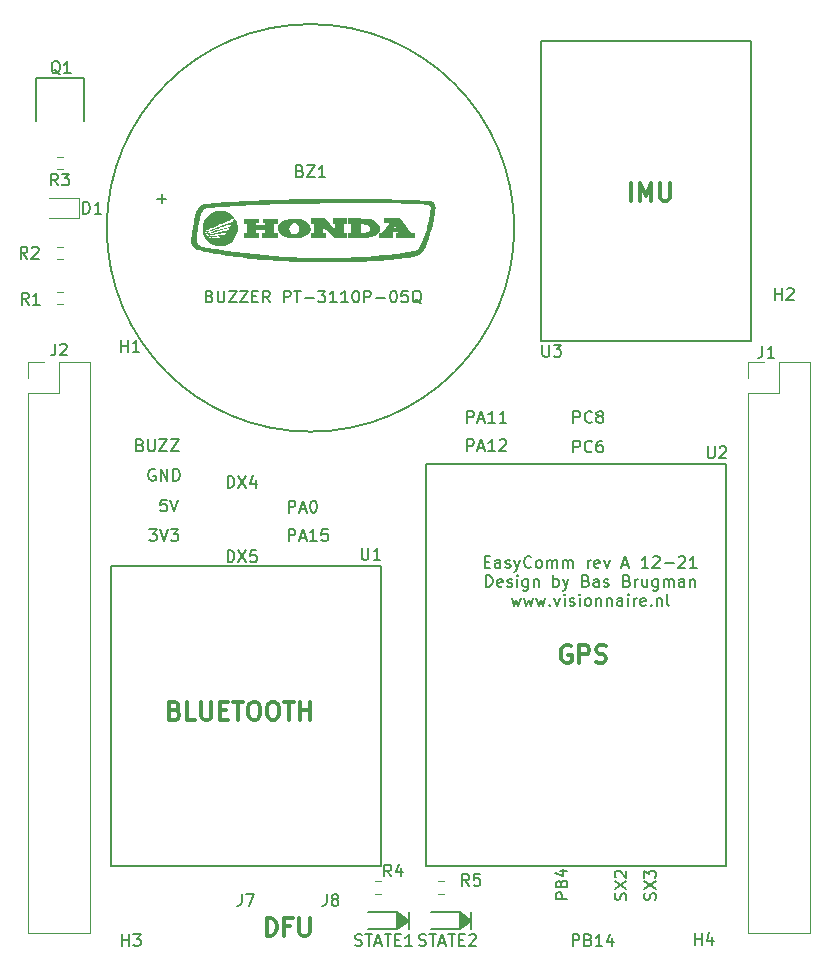
<source format=gto>
G04 #@! TF.GenerationSoftware,KiCad,Pcbnew,(5.99.0-13294-g19fc8c6d98)*
G04 #@! TF.CreationDate,2021-12-07T19:06:38+01:00*
G04 #@! TF.ProjectId,easycomm,65617379-636f-46d6-9d2e-6b696361645f,rev?*
G04 #@! TF.SameCoordinates,Original*
G04 #@! TF.FileFunction,Legend,Top*
G04 #@! TF.FilePolarity,Positive*
%FSLAX46Y46*%
G04 Gerber Fmt 4.6, Leading zero omitted, Abs format (unit mm)*
G04 Created by KiCad (PCBNEW (5.99.0-13294-g19fc8c6d98)) date 2021-12-07 19:06:38*
%MOMM*%
%LPD*%
G01*
G04 APERTURE LIST*
%ADD10C,0.300000*%
%ADD11C,0.150000*%
%ADD12C,0.120000*%
G04 APERTURE END LIST*
D10*
X127078571Y-123278571D02*
X127078571Y-121778571D01*
X127435714Y-121778571D01*
X127650000Y-121850000D01*
X127792857Y-121992857D01*
X127864285Y-122135714D01*
X127935714Y-122421428D01*
X127935714Y-122635714D01*
X127864285Y-122921428D01*
X127792857Y-123064285D01*
X127650000Y-123207142D01*
X127435714Y-123278571D01*
X127078571Y-123278571D01*
X129078571Y-122492857D02*
X128578571Y-122492857D01*
X128578571Y-123278571D02*
X128578571Y-121778571D01*
X129292857Y-121778571D01*
X129864285Y-121778571D02*
X129864285Y-122992857D01*
X129935714Y-123135714D01*
X130007142Y-123207142D01*
X130150000Y-123278571D01*
X130435714Y-123278571D01*
X130578571Y-123207142D01*
X130650000Y-123135714D01*
X130721428Y-122992857D01*
X130721428Y-121778571D01*
X119335714Y-104192857D02*
X119550000Y-104264285D01*
X119621428Y-104335714D01*
X119692857Y-104478571D01*
X119692857Y-104692857D01*
X119621428Y-104835714D01*
X119550000Y-104907142D01*
X119407142Y-104978571D01*
X118835714Y-104978571D01*
X118835714Y-103478571D01*
X119335714Y-103478571D01*
X119478571Y-103550000D01*
X119550000Y-103621428D01*
X119621428Y-103764285D01*
X119621428Y-103907142D01*
X119550000Y-104050000D01*
X119478571Y-104121428D01*
X119335714Y-104192857D01*
X118835714Y-104192857D01*
X121050000Y-104978571D02*
X120335714Y-104978571D01*
X120335714Y-103478571D01*
X121550000Y-103478571D02*
X121550000Y-104692857D01*
X121621428Y-104835714D01*
X121692857Y-104907142D01*
X121835714Y-104978571D01*
X122121428Y-104978571D01*
X122264285Y-104907142D01*
X122335714Y-104835714D01*
X122407142Y-104692857D01*
X122407142Y-103478571D01*
X123121428Y-104192857D02*
X123621428Y-104192857D01*
X123835714Y-104978571D02*
X123121428Y-104978571D01*
X123121428Y-103478571D01*
X123835714Y-103478571D01*
X124264285Y-103478571D02*
X125121428Y-103478571D01*
X124692857Y-104978571D02*
X124692857Y-103478571D01*
X125907142Y-103478571D02*
X126192857Y-103478571D01*
X126335714Y-103550000D01*
X126478571Y-103692857D01*
X126550000Y-103978571D01*
X126550000Y-104478571D01*
X126478571Y-104764285D01*
X126335714Y-104907142D01*
X126192857Y-104978571D01*
X125907142Y-104978571D01*
X125764285Y-104907142D01*
X125621428Y-104764285D01*
X125550000Y-104478571D01*
X125550000Y-103978571D01*
X125621428Y-103692857D01*
X125764285Y-103550000D01*
X125907142Y-103478571D01*
X127478571Y-103478571D02*
X127764285Y-103478571D01*
X127907142Y-103550000D01*
X128050000Y-103692857D01*
X128121428Y-103978571D01*
X128121428Y-104478571D01*
X128050000Y-104764285D01*
X127907142Y-104907142D01*
X127764285Y-104978571D01*
X127478571Y-104978571D01*
X127335714Y-104907142D01*
X127192857Y-104764285D01*
X127121428Y-104478571D01*
X127121428Y-103978571D01*
X127192857Y-103692857D01*
X127335714Y-103550000D01*
X127478571Y-103478571D01*
X128550000Y-103478571D02*
X129407142Y-103478571D01*
X128978571Y-104978571D02*
X128978571Y-103478571D01*
X129907142Y-104978571D02*
X129907142Y-103478571D01*
X129907142Y-104192857D02*
X130764285Y-104192857D01*
X130764285Y-104978571D02*
X130764285Y-103478571D01*
X157957142Y-61078571D02*
X157957142Y-59578571D01*
X158671428Y-61078571D02*
X158671428Y-59578571D01*
X159171428Y-60650000D01*
X159671428Y-59578571D01*
X159671428Y-61078571D01*
X160385714Y-59578571D02*
X160385714Y-60792857D01*
X160457142Y-60935714D01*
X160528571Y-61007142D01*
X160671428Y-61078571D01*
X160957142Y-61078571D01*
X161100000Y-61007142D01*
X161171428Y-60935714D01*
X161242857Y-60792857D01*
X161242857Y-59578571D01*
X152828571Y-98750000D02*
X152685714Y-98678571D01*
X152471428Y-98678571D01*
X152257142Y-98750000D01*
X152114285Y-98892857D01*
X152042857Y-99035714D01*
X151971428Y-99321428D01*
X151971428Y-99535714D01*
X152042857Y-99821428D01*
X152114285Y-99964285D01*
X152257142Y-100107142D01*
X152471428Y-100178571D01*
X152614285Y-100178571D01*
X152828571Y-100107142D01*
X152900000Y-100035714D01*
X152900000Y-99535714D01*
X152614285Y-99535714D01*
X153542857Y-100178571D02*
X153542857Y-98678571D01*
X154114285Y-98678571D01*
X154257142Y-98750000D01*
X154328571Y-98821428D01*
X154400000Y-98964285D01*
X154400000Y-99178571D01*
X154328571Y-99321428D01*
X154257142Y-99392857D01*
X154114285Y-99464285D01*
X153542857Y-99464285D01*
X154971428Y-100107142D02*
X155185714Y-100178571D01*
X155542857Y-100178571D01*
X155685714Y-100107142D01*
X155757142Y-100035714D01*
X155828571Y-99892857D01*
X155828571Y-99750000D01*
X155757142Y-99607142D01*
X155685714Y-99535714D01*
X155542857Y-99464285D01*
X155257142Y-99392857D01*
X155114285Y-99321428D01*
X155042857Y-99250000D01*
X154971428Y-99107142D01*
X154971428Y-98964285D01*
X155042857Y-98821428D01*
X155114285Y-98750000D01*
X155257142Y-98678571D01*
X155614285Y-98678571D01*
X155828571Y-98750000D01*
D11*
X145547619Y-91618571D02*
X145880952Y-91618571D01*
X146023809Y-92142380D02*
X145547619Y-92142380D01*
X145547619Y-91142380D01*
X146023809Y-91142380D01*
X146880952Y-92142380D02*
X146880952Y-91618571D01*
X146833333Y-91523333D01*
X146738095Y-91475714D01*
X146547619Y-91475714D01*
X146452380Y-91523333D01*
X146880952Y-92094761D02*
X146785714Y-92142380D01*
X146547619Y-92142380D01*
X146452380Y-92094761D01*
X146404761Y-91999523D01*
X146404761Y-91904285D01*
X146452380Y-91809047D01*
X146547619Y-91761428D01*
X146785714Y-91761428D01*
X146880952Y-91713809D01*
X147309523Y-92094761D02*
X147404761Y-92142380D01*
X147595238Y-92142380D01*
X147690476Y-92094761D01*
X147738095Y-91999523D01*
X147738095Y-91951904D01*
X147690476Y-91856666D01*
X147595238Y-91809047D01*
X147452380Y-91809047D01*
X147357142Y-91761428D01*
X147309523Y-91666190D01*
X147309523Y-91618571D01*
X147357142Y-91523333D01*
X147452380Y-91475714D01*
X147595238Y-91475714D01*
X147690476Y-91523333D01*
X148071428Y-91475714D02*
X148309523Y-92142380D01*
X148547619Y-91475714D02*
X148309523Y-92142380D01*
X148214285Y-92380476D01*
X148166666Y-92428095D01*
X148071428Y-92475714D01*
X149500000Y-92047142D02*
X149452380Y-92094761D01*
X149309523Y-92142380D01*
X149214285Y-92142380D01*
X149071428Y-92094761D01*
X148976190Y-91999523D01*
X148928571Y-91904285D01*
X148880952Y-91713809D01*
X148880952Y-91570952D01*
X148928571Y-91380476D01*
X148976190Y-91285238D01*
X149071428Y-91190000D01*
X149214285Y-91142380D01*
X149309523Y-91142380D01*
X149452380Y-91190000D01*
X149500000Y-91237619D01*
X150071428Y-92142380D02*
X149976190Y-92094761D01*
X149928571Y-92047142D01*
X149880952Y-91951904D01*
X149880952Y-91666190D01*
X149928571Y-91570952D01*
X149976190Y-91523333D01*
X150071428Y-91475714D01*
X150214285Y-91475714D01*
X150309523Y-91523333D01*
X150357142Y-91570952D01*
X150404761Y-91666190D01*
X150404761Y-91951904D01*
X150357142Y-92047142D01*
X150309523Y-92094761D01*
X150214285Y-92142380D01*
X150071428Y-92142380D01*
X150833333Y-92142380D02*
X150833333Y-91475714D01*
X150833333Y-91570952D02*
X150880952Y-91523333D01*
X150976190Y-91475714D01*
X151119047Y-91475714D01*
X151214285Y-91523333D01*
X151261904Y-91618571D01*
X151261904Y-92142380D01*
X151261904Y-91618571D02*
X151309523Y-91523333D01*
X151404761Y-91475714D01*
X151547619Y-91475714D01*
X151642857Y-91523333D01*
X151690476Y-91618571D01*
X151690476Y-92142380D01*
X152166666Y-92142380D02*
X152166666Y-91475714D01*
X152166666Y-91570952D02*
X152214285Y-91523333D01*
X152309523Y-91475714D01*
X152452380Y-91475714D01*
X152547619Y-91523333D01*
X152595238Y-91618571D01*
X152595238Y-92142380D01*
X152595238Y-91618571D02*
X152642857Y-91523333D01*
X152738095Y-91475714D01*
X152880952Y-91475714D01*
X152976190Y-91523333D01*
X153023809Y-91618571D01*
X153023809Y-92142380D01*
X154261904Y-92142380D02*
X154261904Y-91475714D01*
X154261904Y-91666190D02*
X154309523Y-91570952D01*
X154357142Y-91523333D01*
X154452380Y-91475714D01*
X154547619Y-91475714D01*
X155261904Y-92094761D02*
X155166666Y-92142380D01*
X154976190Y-92142380D01*
X154880952Y-92094761D01*
X154833333Y-91999523D01*
X154833333Y-91618571D01*
X154880952Y-91523333D01*
X154976190Y-91475714D01*
X155166666Y-91475714D01*
X155261904Y-91523333D01*
X155309523Y-91618571D01*
X155309523Y-91713809D01*
X154833333Y-91809047D01*
X155642857Y-91475714D02*
X155880952Y-92142380D01*
X156119047Y-91475714D01*
X157214285Y-91856666D02*
X157690476Y-91856666D01*
X157119047Y-92142380D02*
X157452380Y-91142380D01*
X157785714Y-92142380D01*
X159404761Y-92142380D02*
X158833333Y-92142380D01*
X159119047Y-92142380D02*
X159119047Y-91142380D01*
X159023809Y-91285238D01*
X158928571Y-91380476D01*
X158833333Y-91428095D01*
X159785714Y-91237619D02*
X159833333Y-91190000D01*
X159928571Y-91142380D01*
X160166666Y-91142380D01*
X160261904Y-91190000D01*
X160309523Y-91237619D01*
X160357142Y-91332857D01*
X160357142Y-91428095D01*
X160309523Y-91570952D01*
X159738095Y-92142380D01*
X160357142Y-92142380D01*
X160785714Y-91761428D02*
X161547619Y-91761428D01*
X161976190Y-91237619D02*
X162023809Y-91190000D01*
X162119047Y-91142380D01*
X162357142Y-91142380D01*
X162452380Y-91190000D01*
X162500000Y-91237619D01*
X162547619Y-91332857D01*
X162547619Y-91428095D01*
X162500000Y-91570952D01*
X161928571Y-92142380D01*
X162547619Y-92142380D01*
X163500000Y-92142380D02*
X162928571Y-92142380D01*
X163214285Y-92142380D02*
X163214285Y-91142380D01*
X163119047Y-91285238D01*
X163023809Y-91380476D01*
X162928571Y-91428095D01*
X145642857Y-93752380D02*
X145642857Y-92752380D01*
X145880952Y-92752380D01*
X146023809Y-92800000D01*
X146119047Y-92895238D01*
X146166666Y-92990476D01*
X146214285Y-93180952D01*
X146214285Y-93323809D01*
X146166666Y-93514285D01*
X146119047Y-93609523D01*
X146023809Y-93704761D01*
X145880952Y-93752380D01*
X145642857Y-93752380D01*
X147023809Y-93704761D02*
X146928571Y-93752380D01*
X146738095Y-93752380D01*
X146642857Y-93704761D01*
X146595238Y-93609523D01*
X146595238Y-93228571D01*
X146642857Y-93133333D01*
X146738095Y-93085714D01*
X146928571Y-93085714D01*
X147023809Y-93133333D01*
X147071428Y-93228571D01*
X147071428Y-93323809D01*
X146595238Y-93419047D01*
X147452380Y-93704761D02*
X147547619Y-93752380D01*
X147738095Y-93752380D01*
X147833333Y-93704761D01*
X147880952Y-93609523D01*
X147880952Y-93561904D01*
X147833333Y-93466666D01*
X147738095Y-93419047D01*
X147595238Y-93419047D01*
X147500000Y-93371428D01*
X147452380Y-93276190D01*
X147452380Y-93228571D01*
X147500000Y-93133333D01*
X147595238Y-93085714D01*
X147738095Y-93085714D01*
X147833333Y-93133333D01*
X148309523Y-93752380D02*
X148309523Y-93085714D01*
X148309523Y-92752380D02*
X148261904Y-92800000D01*
X148309523Y-92847619D01*
X148357142Y-92800000D01*
X148309523Y-92752380D01*
X148309523Y-92847619D01*
X149214285Y-93085714D02*
X149214285Y-93895238D01*
X149166666Y-93990476D01*
X149119047Y-94038095D01*
X149023809Y-94085714D01*
X148880952Y-94085714D01*
X148785714Y-94038095D01*
X149214285Y-93704761D02*
X149119047Y-93752380D01*
X148928571Y-93752380D01*
X148833333Y-93704761D01*
X148785714Y-93657142D01*
X148738095Y-93561904D01*
X148738095Y-93276190D01*
X148785714Y-93180952D01*
X148833333Y-93133333D01*
X148928571Y-93085714D01*
X149119047Y-93085714D01*
X149214285Y-93133333D01*
X149690476Y-93085714D02*
X149690476Y-93752380D01*
X149690476Y-93180952D02*
X149738095Y-93133333D01*
X149833333Y-93085714D01*
X149976190Y-93085714D01*
X150071428Y-93133333D01*
X150119047Y-93228571D01*
X150119047Y-93752380D01*
X151357142Y-93752380D02*
X151357142Y-92752380D01*
X151357142Y-93133333D02*
X151452380Y-93085714D01*
X151642857Y-93085714D01*
X151738095Y-93133333D01*
X151785714Y-93180952D01*
X151833333Y-93276190D01*
X151833333Y-93561904D01*
X151785714Y-93657142D01*
X151738095Y-93704761D01*
X151642857Y-93752380D01*
X151452380Y-93752380D01*
X151357142Y-93704761D01*
X152166666Y-93085714D02*
X152404761Y-93752380D01*
X152642857Y-93085714D02*
X152404761Y-93752380D01*
X152309523Y-93990476D01*
X152261904Y-94038095D01*
X152166666Y-94085714D01*
X154119047Y-93228571D02*
X154261904Y-93276190D01*
X154309523Y-93323809D01*
X154357142Y-93419047D01*
X154357142Y-93561904D01*
X154309523Y-93657142D01*
X154261904Y-93704761D01*
X154166666Y-93752380D01*
X153785714Y-93752380D01*
X153785714Y-92752380D01*
X154119047Y-92752380D01*
X154214285Y-92800000D01*
X154261904Y-92847619D01*
X154309523Y-92942857D01*
X154309523Y-93038095D01*
X154261904Y-93133333D01*
X154214285Y-93180952D01*
X154119047Y-93228571D01*
X153785714Y-93228571D01*
X155214285Y-93752380D02*
X155214285Y-93228571D01*
X155166666Y-93133333D01*
X155071428Y-93085714D01*
X154880952Y-93085714D01*
X154785714Y-93133333D01*
X155214285Y-93704761D02*
X155119047Y-93752380D01*
X154880952Y-93752380D01*
X154785714Y-93704761D01*
X154738095Y-93609523D01*
X154738095Y-93514285D01*
X154785714Y-93419047D01*
X154880952Y-93371428D01*
X155119047Y-93371428D01*
X155214285Y-93323809D01*
X155642857Y-93704761D02*
X155738095Y-93752380D01*
X155928571Y-93752380D01*
X156023809Y-93704761D01*
X156071428Y-93609523D01*
X156071428Y-93561904D01*
X156023809Y-93466666D01*
X155928571Y-93419047D01*
X155785714Y-93419047D01*
X155690476Y-93371428D01*
X155642857Y-93276190D01*
X155642857Y-93228571D01*
X155690476Y-93133333D01*
X155785714Y-93085714D01*
X155928571Y-93085714D01*
X156023809Y-93133333D01*
X157595238Y-93228571D02*
X157738095Y-93276190D01*
X157785714Y-93323809D01*
X157833333Y-93419047D01*
X157833333Y-93561904D01*
X157785714Y-93657142D01*
X157738095Y-93704761D01*
X157642857Y-93752380D01*
X157261904Y-93752380D01*
X157261904Y-92752380D01*
X157595238Y-92752380D01*
X157690476Y-92800000D01*
X157738095Y-92847619D01*
X157785714Y-92942857D01*
X157785714Y-93038095D01*
X157738095Y-93133333D01*
X157690476Y-93180952D01*
X157595238Y-93228571D01*
X157261904Y-93228571D01*
X158261904Y-93752380D02*
X158261904Y-93085714D01*
X158261904Y-93276190D02*
X158309523Y-93180952D01*
X158357142Y-93133333D01*
X158452380Y-93085714D01*
X158547619Y-93085714D01*
X159309523Y-93085714D02*
X159309523Y-93752380D01*
X158880952Y-93085714D02*
X158880952Y-93609523D01*
X158928571Y-93704761D01*
X159023809Y-93752380D01*
X159166666Y-93752380D01*
X159261904Y-93704761D01*
X159309523Y-93657142D01*
X160214285Y-93085714D02*
X160214285Y-93895238D01*
X160166666Y-93990476D01*
X160119047Y-94038095D01*
X160023809Y-94085714D01*
X159880952Y-94085714D01*
X159785714Y-94038095D01*
X160214285Y-93704761D02*
X160119047Y-93752380D01*
X159928571Y-93752380D01*
X159833333Y-93704761D01*
X159785714Y-93657142D01*
X159738095Y-93561904D01*
X159738095Y-93276190D01*
X159785714Y-93180952D01*
X159833333Y-93133333D01*
X159928571Y-93085714D01*
X160119047Y-93085714D01*
X160214285Y-93133333D01*
X160690476Y-93752380D02*
X160690476Y-93085714D01*
X160690476Y-93180952D02*
X160738095Y-93133333D01*
X160833333Y-93085714D01*
X160976190Y-93085714D01*
X161071428Y-93133333D01*
X161119047Y-93228571D01*
X161119047Y-93752380D01*
X161119047Y-93228571D02*
X161166666Y-93133333D01*
X161261904Y-93085714D01*
X161404761Y-93085714D01*
X161500000Y-93133333D01*
X161547619Y-93228571D01*
X161547619Y-93752380D01*
X162452380Y-93752380D02*
X162452380Y-93228571D01*
X162404761Y-93133333D01*
X162309523Y-93085714D01*
X162119047Y-93085714D01*
X162023809Y-93133333D01*
X162452380Y-93704761D02*
X162357142Y-93752380D01*
X162119047Y-93752380D01*
X162023809Y-93704761D01*
X161976190Y-93609523D01*
X161976190Y-93514285D01*
X162023809Y-93419047D01*
X162119047Y-93371428D01*
X162357142Y-93371428D01*
X162452380Y-93323809D01*
X162928571Y-93085714D02*
X162928571Y-93752380D01*
X162928571Y-93180952D02*
X162976190Y-93133333D01*
X163071428Y-93085714D01*
X163214285Y-93085714D01*
X163309523Y-93133333D01*
X163357142Y-93228571D01*
X163357142Y-93752380D01*
X147833333Y-94695714D02*
X148023809Y-95362380D01*
X148214285Y-94886190D01*
X148404761Y-95362380D01*
X148595238Y-94695714D01*
X148880952Y-94695714D02*
X149071428Y-95362380D01*
X149261904Y-94886190D01*
X149452380Y-95362380D01*
X149642857Y-94695714D01*
X149928571Y-94695714D02*
X150119047Y-95362380D01*
X150309523Y-94886190D01*
X150500000Y-95362380D01*
X150690476Y-94695714D01*
X151071428Y-95267142D02*
X151119047Y-95314761D01*
X151071428Y-95362380D01*
X151023809Y-95314761D01*
X151071428Y-95267142D01*
X151071428Y-95362380D01*
X151452380Y-94695714D02*
X151690476Y-95362380D01*
X151928571Y-94695714D01*
X152309523Y-95362380D02*
X152309523Y-94695714D01*
X152309523Y-94362380D02*
X152261904Y-94410000D01*
X152309523Y-94457619D01*
X152357142Y-94410000D01*
X152309523Y-94362380D01*
X152309523Y-94457619D01*
X152738095Y-95314761D02*
X152833333Y-95362380D01*
X153023809Y-95362380D01*
X153119047Y-95314761D01*
X153166666Y-95219523D01*
X153166666Y-95171904D01*
X153119047Y-95076666D01*
X153023809Y-95029047D01*
X152880952Y-95029047D01*
X152785714Y-94981428D01*
X152738095Y-94886190D01*
X152738095Y-94838571D01*
X152785714Y-94743333D01*
X152880952Y-94695714D01*
X153023809Y-94695714D01*
X153119047Y-94743333D01*
X153595238Y-95362380D02*
X153595238Y-94695714D01*
X153595238Y-94362380D02*
X153547619Y-94410000D01*
X153595238Y-94457619D01*
X153642857Y-94410000D01*
X153595238Y-94362380D01*
X153595238Y-94457619D01*
X154214285Y-95362380D02*
X154119047Y-95314761D01*
X154071428Y-95267142D01*
X154023809Y-95171904D01*
X154023809Y-94886190D01*
X154071428Y-94790952D01*
X154119047Y-94743333D01*
X154214285Y-94695714D01*
X154357142Y-94695714D01*
X154452380Y-94743333D01*
X154500000Y-94790952D01*
X154547619Y-94886190D01*
X154547619Y-95171904D01*
X154500000Y-95267142D01*
X154452380Y-95314761D01*
X154357142Y-95362380D01*
X154214285Y-95362380D01*
X154976190Y-94695714D02*
X154976190Y-95362380D01*
X154976190Y-94790952D02*
X155023809Y-94743333D01*
X155119047Y-94695714D01*
X155261904Y-94695714D01*
X155357142Y-94743333D01*
X155404761Y-94838571D01*
X155404761Y-95362380D01*
X155880952Y-94695714D02*
X155880952Y-95362380D01*
X155880952Y-94790952D02*
X155928571Y-94743333D01*
X156023809Y-94695714D01*
X156166666Y-94695714D01*
X156261904Y-94743333D01*
X156309523Y-94838571D01*
X156309523Y-95362380D01*
X157214285Y-95362380D02*
X157214285Y-94838571D01*
X157166666Y-94743333D01*
X157071428Y-94695714D01*
X156880952Y-94695714D01*
X156785714Y-94743333D01*
X157214285Y-95314761D02*
X157119047Y-95362380D01*
X156880952Y-95362380D01*
X156785714Y-95314761D01*
X156738095Y-95219523D01*
X156738095Y-95124285D01*
X156785714Y-95029047D01*
X156880952Y-94981428D01*
X157119047Y-94981428D01*
X157214285Y-94933809D01*
X157690476Y-95362380D02*
X157690476Y-94695714D01*
X157690476Y-94362380D02*
X157642857Y-94410000D01*
X157690476Y-94457619D01*
X157738095Y-94410000D01*
X157690476Y-94362380D01*
X157690476Y-94457619D01*
X158166666Y-95362380D02*
X158166666Y-94695714D01*
X158166666Y-94886190D02*
X158214285Y-94790952D01*
X158261904Y-94743333D01*
X158357142Y-94695714D01*
X158452380Y-94695714D01*
X159166666Y-95314761D02*
X159071428Y-95362380D01*
X158880952Y-95362380D01*
X158785714Y-95314761D01*
X158738095Y-95219523D01*
X158738095Y-94838571D01*
X158785714Y-94743333D01*
X158880952Y-94695714D01*
X159071428Y-94695714D01*
X159166666Y-94743333D01*
X159214285Y-94838571D01*
X159214285Y-94933809D01*
X158738095Y-95029047D01*
X159642857Y-95267142D02*
X159690476Y-95314761D01*
X159642857Y-95362380D01*
X159595238Y-95314761D01*
X159642857Y-95267142D01*
X159642857Y-95362380D01*
X160119047Y-94695714D02*
X160119047Y-95362380D01*
X160119047Y-94790952D02*
X160166666Y-94743333D01*
X160261904Y-94695714D01*
X160404761Y-94695714D01*
X160500000Y-94743333D01*
X160547619Y-94838571D01*
X160547619Y-95362380D01*
X161166666Y-95362380D02*
X161071428Y-95314761D01*
X161023809Y-95219523D01*
X161023809Y-94362380D01*
G04 #@! TO.C,R3*
X109420833Y-59752380D02*
X109087500Y-59276190D01*
X108849404Y-59752380D02*
X108849404Y-58752380D01*
X109230357Y-58752380D01*
X109325595Y-58800000D01*
X109373214Y-58847619D01*
X109420833Y-58942857D01*
X109420833Y-59085714D01*
X109373214Y-59180952D01*
X109325595Y-59228571D01*
X109230357Y-59276190D01*
X108849404Y-59276190D01*
X109754166Y-58752380D02*
X110373214Y-58752380D01*
X110039880Y-59133333D01*
X110182738Y-59133333D01*
X110277976Y-59180952D01*
X110325595Y-59228571D01*
X110373214Y-59323809D01*
X110373214Y-59561904D01*
X110325595Y-59657142D01*
X110277976Y-59704761D01*
X110182738Y-59752380D01*
X109897023Y-59752380D01*
X109801785Y-59704761D01*
X109754166Y-59657142D01*
G04 #@! TO.C,H4*
X163338095Y-124052380D02*
X163338095Y-123052380D01*
X163338095Y-123528571D02*
X163909523Y-123528571D01*
X163909523Y-124052380D02*
X163909523Y-123052380D01*
X164814285Y-123385714D02*
X164814285Y-124052380D01*
X164576190Y-123004761D02*
X164338095Y-123719047D01*
X164957142Y-123719047D01*
G04 #@! TO.C,J2*
X109186666Y-73152380D02*
X109186666Y-73866666D01*
X109139047Y-74009523D01*
X109043809Y-74104761D01*
X108900952Y-74152380D01*
X108805714Y-74152380D01*
X109615238Y-73247619D02*
X109662857Y-73200000D01*
X109758095Y-73152380D01*
X109996190Y-73152380D01*
X110091428Y-73200000D01*
X110139047Y-73247619D01*
X110186666Y-73342857D01*
X110186666Y-73438095D01*
X110139047Y-73580952D01*
X109567619Y-74152380D01*
X110186666Y-74152380D01*
G04 #@! TO.C,BUZZ*
X116395238Y-81728571D02*
X116538095Y-81776190D01*
X116585714Y-81823809D01*
X116633333Y-81919047D01*
X116633333Y-82061904D01*
X116585714Y-82157142D01*
X116538095Y-82204761D01*
X116442857Y-82252380D01*
X116061904Y-82252380D01*
X116061904Y-81252380D01*
X116395238Y-81252380D01*
X116490476Y-81300000D01*
X116538095Y-81347619D01*
X116585714Y-81442857D01*
X116585714Y-81538095D01*
X116538095Y-81633333D01*
X116490476Y-81680952D01*
X116395238Y-81728571D01*
X116061904Y-81728571D01*
X117061904Y-81252380D02*
X117061904Y-82061904D01*
X117109523Y-82157142D01*
X117157142Y-82204761D01*
X117252380Y-82252380D01*
X117442857Y-82252380D01*
X117538095Y-82204761D01*
X117585714Y-82157142D01*
X117633333Y-82061904D01*
X117633333Y-81252380D01*
X118014285Y-81252380D02*
X118680952Y-81252380D01*
X118014285Y-82252380D01*
X118680952Y-82252380D01*
X118966666Y-81252380D02*
X119633333Y-81252380D01*
X118966666Y-82252380D01*
X119633333Y-82252380D01*
G04 #@! TO.C,R4*
X137633333Y-118252380D02*
X137300000Y-117776190D01*
X137061904Y-118252380D02*
X137061904Y-117252380D01*
X137442857Y-117252380D01*
X137538095Y-117300000D01*
X137585714Y-117347619D01*
X137633333Y-117442857D01*
X137633333Y-117585714D01*
X137585714Y-117680952D01*
X137538095Y-117728571D01*
X137442857Y-117776190D01*
X137061904Y-117776190D01*
X138490476Y-117585714D02*
X138490476Y-118252380D01*
X138252380Y-117204761D02*
X138014285Y-117919047D01*
X138633333Y-117919047D01*
G04 #@! TO.C,STATE2*
X139995238Y-124104761D02*
X140138095Y-124152380D01*
X140376190Y-124152380D01*
X140471428Y-124104761D01*
X140519047Y-124057142D01*
X140566666Y-123961904D01*
X140566666Y-123866666D01*
X140519047Y-123771428D01*
X140471428Y-123723809D01*
X140376190Y-123676190D01*
X140185714Y-123628571D01*
X140090476Y-123580952D01*
X140042857Y-123533333D01*
X139995238Y-123438095D01*
X139995238Y-123342857D01*
X140042857Y-123247619D01*
X140090476Y-123200000D01*
X140185714Y-123152380D01*
X140423809Y-123152380D01*
X140566666Y-123200000D01*
X140852380Y-123152380D02*
X141423809Y-123152380D01*
X141138095Y-124152380D02*
X141138095Y-123152380D01*
X141709523Y-123866666D02*
X142185714Y-123866666D01*
X141614285Y-124152380D02*
X141947619Y-123152380D01*
X142280952Y-124152380D01*
X142471428Y-123152380D02*
X143042857Y-123152380D01*
X142757142Y-124152380D02*
X142757142Y-123152380D01*
X143376190Y-123628571D02*
X143709523Y-123628571D01*
X143852380Y-124152380D02*
X143376190Y-124152380D01*
X143376190Y-123152380D01*
X143852380Y-123152380D01*
X144233333Y-123247619D02*
X144280952Y-123200000D01*
X144376190Y-123152380D01*
X144614285Y-123152380D01*
X144709523Y-123200000D01*
X144757142Y-123247619D01*
X144804761Y-123342857D01*
X144804761Y-123438095D01*
X144757142Y-123580952D01*
X144185714Y-124152380D01*
X144804761Y-124152380D01*
G04 #@! TO.C,PA11*
X144057142Y-79852380D02*
X144057142Y-78852380D01*
X144438095Y-78852380D01*
X144533333Y-78900000D01*
X144580952Y-78947619D01*
X144628571Y-79042857D01*
X144628571Y-79185714D01*
X144580952Y-79280952D01*
X144533333Y-79328571D01*
X144438095Y-79376190D01*
X144057142Y-79376190D01*
X145009523Y-79566666D02*
X145485714Y-79566666D01*
X144914285Y-79852380D02*
X145247619Y-78852380D01*
X145580952Y-79852380D01*
X146438095Y-79852380D02*
X145866666Y-79852380D01*
X146152380Y-79852380D02*
X146152380Y-78852380D01*
X146057142Y-78995238D01*
X145961904Y-79090476D01*
X145866666Y-79138095D01*
X147390476Y-79852380D02*
X146819047Y-79852380D01*
X147104761Y-79852380D02*
X147104761Y-78852380D01*
X147009523Y-78995238D01*
X146914285Y-79090476D01*
X146819047Y-79138095D01*
G04 #@! TO.C,PC8*
X153061904Y-79852380D02*
X153061904Y-78852380D01*
X153442857Y-78852380D01*
X153538095Y-78900000D01*
X153585714Y-78947619D01*
X153633333Y-79042857D01*
X153633333Y-79185714D01*
X153585714Y-79280952D01*
X153538095Y-79328571D01*
X153442857Y-79376190D01*
X153061904Y-79376190D01*
X154633333Y-79757142D02*
X154585714Y-79804761D01*
X154442857Y-79852380D01*
X154347619Y-79852380D01*
X154204761Y-79804761D01*
X154109523Y-79709523D01*
X154061904Y-79614285D01*
X154014285Y-79423809D01*
X154014285Y-79280952D01*
X154061904Y-79090476D01*
X154109523Y-78995238D01*
X154204761Y-78900000D01*
X154347619Y-78852380D01*
X154442857Y-78852380D01*
X154585714Y-78900000D01*
X154633333Y-78947619D01*
X155204761Y-79280952D02*
X155109523Y-79233333D01*
X155061904Y-79185714D01*
X155014285Y-79090476D01*
X155014285Y-79042857D01*
X155061904Y-78947619D01*
X155109523Y-78900000D01*
X155204761Y-78852380D01*
X155395238Y-78852380D01*
X155490476Y-78900000D01*
X155538095Y-78947619D01*
X155585714Y-79042857D01*
X155585714Y-79090476D01*
X155538095Y-79185714D01*
X155490476Y-79233333D01*
X155395238Y-79280952D01*
X155204761Y-79280952D01*
X155109523Y-79328571D01*
X155061904Y-79376190D01*
X155014285Y-79471428D01*
X155014285Y-79661904D01*
X155061904Y-79757142D01*
X155109523Y-79804761D01*
X155204761Y-79852380D01*
X155395238Y-79852380D01*
X155490476Y-79804761D01*
X155538095Y-79757142D01*
X155585714Y-79661904D01*
X155585714Y-79471428D01*
X155538095Y-79376190D01*
X155490476Y-79328571D01*
X155395238Y-79280952D01*
G04 #@! TO.C,PC6*
X153061904Y-82352380D02*
X153061904Y-81352380D01*
X153442857Y-81352380D01*
X153538095Y-81400000D01*
X153585714Y-81447619D01*
X153633333Y-81542857D01*
X153633333Y-81685714D01*
X153585714Y-81780952D01*
X153538095Y-81828571D01*
X153442857Y-81876190D01*
X153061904Y-81876190D01*
X154633333Y-82257142D02*
X154585714Y-82304761D01*
X154442857Y-82352380D01*
X154347619Y-82352380D01*
X154204761Y-82304761D01*
X154109523Y-82209523D01*
X154061904Y-82114285D01*
X154014285Y-81923809D01*
X154014285Y-81780952D01*
X154061904Y-81590476D01*
X154109523Y-81495238D01*
X154204761Y-81400000D01*
X154347619Y-81352380D01*
X154442857Y-81352380D01*
X154585714Y-81400000D01*
X154633333Y-81447619D01*
X155490476Y-81352380D02*
X155300000Y-81352380D01*
X155204761Y-81400000D01*
X155157142Y-81447619D01*
X155061904Y-81590476D01*
X155014285Y-81780952D01*
X155014285Y-82161904D01*
X155061904Y-82257142D01*
X155109523Y-82304761D01*
X155204761Y-82352380D01*
X155395238Y-82352380D01*
X155490476Y-82304761D01*
X155538095Y-82257142D01*
X155585714Y-82161904D01*
X155585714Y-81923809D01*
X155538095Y-81828571D01*
X155490476Y-81780952D01*
X155395238Y-81733333D01*
X155204761Y-81733333D01*
X155109523Y-81780952D01*
X155061904Y-81828571D01*
X155014285Y-81923809D01*
G04 #@! TO.C,R1*
X106933333Y-69852380D02*
X106600000Y-69376190D01*
X106361904Y-69852380D02*
X106361904Y-68852380D01*
X106742857Y-68852380D01*
X106838095Y-68900000D01*
X106885714Y-68947619D01*
X106933333Y-69042857D01*
X106933333Y-69185714D01*
X106885714Y-69280952D01*
X106838095Y-69328571D01*
X106742857Y-69376190D01*
X106361904Y-69376190D01*
X107885714Y-69852380D02*
X107314285Y-69852380D01*
X107600000Y-69852380D02*
X107600000Y-68852380D01*
X107504761Y-68995238D01*
X107409523Y-69090476D01*
X107314285Y-69138095D01*
G04 #@! TO.C,PA15*
X128957142Y-89852380D02*
X128957142Y-88852380D01*
X129338095Y-88852380D01*
X129433333Y-88900000D01*
X129480952Y-88947619D01*
X129528571Y-89042857D01*
X129528571Y-89185714D01*
X129480952Y-89280952D01*
X129433333Y-89328571D01*
X129338095Y-89376190D01*
X128957142Y-89376190D01*
X129909523Y-89566666D02*
X130385714Y-89566666D01*
X129814285Y-89852380D02*
X130147619Y-88852380D01*
X130480952Y-89852380D01*
X131338095Y-89852380D02*
X130766666Y-89852380D01*
X131052380Y-89852380D02*
X131052380Y-88852380D01*
X130957142Y-88995238D01*
X130861904Y-89090476D01*
X130766666Y-89138095D01*
X132242857Y-88852380D02*
X131766666Y-88852380D01*
X131719047Y-89328571D01*
X131766666Y-89280952D01*
X131861904Y-89233333D01*
X132100000Y-89233333D01*
X132195238Y-89280952D01*
X132242857Y-89328571D01*
X132290476Y-89423809D01*
X132290476Y-89661904D01*
X132242857Y-89757142D01*
X132195238Y-89804761D01*
X132100000Y-89852380D01*
X131861904Y-89852380D01*
X131766666Y-89804761D01*
X131719047Y-89757142D01*
G04 #@! TO.C,STATE1*
X134595238Y-124104761D02*
X134738095Y-124152380D01*
X134976190Y-124152380D01*
X135071428Y-124104761D01*
X135119047Y-124057142D01*
X135166666Y-123961904D01*
X135166666Y-123866666D01*
X135119047Y-123771428D01*
X135071428Y-123723809D01*
X134976190Y-123676190D01*
X134785714Y-123628571D01*
X134690476Y-123580952D01*
X134642857Y-123533333D01*
X134595238Y-123438095D01*
X134595238Y-123342857D01*
X134642857Y-123247619D01*
X134690476Y-123200000D01*
X134785714Y-123152380D01*
X135023809Y-123152380D01*
X135166666Y-123200000D01*
X135452380Y-123152380D02*
X136023809Y-123152380D01*
X135738095Y-124152380D02*
X135738095Y-123152380D01*
X136309523Y-123866666D02*
X136785714Y-123866666D01*
X136214285Y-124152380D02*
X136547619Y-123152380D01*
X136880952Y-124152380D01*
X137071428Y-123152380D02*
X137642857Y-123152380D01*
X137357142Y-124152380D02*
X137357142Y-123152380D01*
X137976190Y-123628571D02*
X138309523Y-123628571D01*
X138452380Y-124152380D02*
X137976190Y-124152380D01*
X137976190Y-123152380D01*
X138452380Y-123152380D01*
X139404761Y-124152380D02*
X138833333Y-124152380D01*
X139119047Y-124152380D02*
X139119047Y-123152380D01*
X139023809Y-123295238D01*
X138928571Y-123390476D01*
X138833333Y-123438095D01*
G04 #@! TO.C,H3*
X114838095Y-124152380D02*
X114838095Y-123152380D01*
X114838095Y-123628571D02*
X115409523Y-123628571D01*
X115409523Y-124152380D02*
X115409523Y-123152380D01*
X115790476Y-123152380D02*
X116409523Y-123152380D01*
X116076190Y-123533333D01*
X116219047Y-123533333D01*
X116314285Y-123580952D01*
X116361904Y-123628571D01*
X116409523Y-123723809D01*
X116409523Y-123961904D01*
X116361904Y-124057142D01*
X116314285Y-124104761D01*
X116219047Y-124152380D01*
X115933333Y-124152380D01*
X115838095Y-124104761D01*
X115790476Y-124057142D01*
G04 #@! TO.C,J8*
X132166666Y-119752380D02*
X132166666Y-120466666D01*
X132119047Y-120609523D01*
X132023809Y-120704761D01*
X131880952Y-120752380D01*
X131785714Y-120752380D01*
X132785714Y-120180952D02*
X132690476Y-120133333D01*
X132642857Y-120085714D01*
X132595238Y-119990476D01*
X132595238Y-119942857D01*
X132642857Y-119847619D01*
X132690476Y-119800000D01*
X132785714Y-119752380D01*
X132976190Y-119752380D01*
X133071428Y-119800000D01*
X133119047Y-119847619D01*
X133166666Y-119942857D01*
X133166666Y-119990476D01*
X133119047Y-120085714D01*
X133071428Y-120133333D01*
X132976190Y-120180952D01*
X132785714Y-120180952D01*
X132690476Y-120228571D01*
X132642857Y-120276190D01*
X132595238Y-120371428D01*
X132595238Y-120561904D01*
X132642857Y-120657142D01*
X132690476Y-120704761D01*
X132785714Y-120752380D01*
X132976190Y-120752380D01*
X133071428Y-120704761D01*
X133119047Y-120657142D01*
X133166666Y-120561904D01*
X133166666Y-120371428D01*
X133119047Y-120276190D01*
X133071428Y-120228571D01*
X132976190Y-120180952D01*
G04 #@! TO.C,H2*
X170138095Y-69452380D02*
X170138095Y-68452380D01*
X170138095Y-68928571D02*
X170709523Y-68928571D01*
X170709523Y-69452380D02*
X170709523Y-68452380D01*
X171138095Y-68547619D02*
X171185714Y-68500000D01*
X171280952Y-68452380D01*
X171519047Y-68452380D01*
X171614285Y-68500000D01*
X171661904Y-68547619D01*
X171709523Y-68642857D01*
X171709523Y-68738095D01*
X171661904Y-68880952D01*
X171090476Y-69452380D01*
X171709523Y-69452380D01*
G04 #@! TO.C,Q1*
X109604761Y-50347619D02*
X109509523Y-50300000D01*
X109414285Y-50204761D01*
X109271428Y-50061904D01*
X109176190Y-50014285D01*
X109080952Y-50014285D01*
X109128571Y-50252380D02*
X109033333Y-50204761D01*
X108938095Y-50109523D01*
X108890476Y-49919047D01*
X108890476Y-49585714D01*
X108938095Y-49395238D01*
X109033333Y-49300000D01*
X109128571Y-49252380D01*
X109319047Y-49252380D01*
X109414285Y-49300000D01*
X109509523Y-49395238D01*
X109557142Y-49585714D01*
X109557142Y-49919047D01*
X109509523Y-50109523D01*
X109414285Y-50204761D01*
X109319047Y-50252380D01*
X109128571Y-50252380D01*
X110509523Y-50252380D02*
X109938095Y-50252380D01*
X110223809Y-50252380D02*
X110223809Y-49252380D01*
X110128571Y-49395238D01*
X110033333Y-49490476D01*
X109938095Y-49538095D01*
G04 #@! TO.C,SX2*
X157504761Y-120238095D02*
X157552380Y-120095238D01*
X157552380Y-119857142D01*
X157504761Y-119761904D01*
X157457142Y-119714285D01*
X157361904Y-119666666D01*
X157266666Y-119666666D01*
X157171428Y-119714285D01*
X157123809Y-119761904D01*
X157076190Y-119857142D01*
X157028571Y-120047619D01*
X156980952Y-120142857D01*
X156933333Y-120190476D01*
X156838095Y-120238095D01*
X156742857Y-120238095D01*
X156647619Y-120190476D01*
X156600000Y-120142857D01*
X156552380Y-120047619D01*
X156552380Y-119809523D01*
X156600000Y-119666666D01*
X156552380Y-119333333D02*
X157552380Y-118666666D01*
X156552380Y-118666666D02*
X157552380Y-119333333D01*
X156647619Y-118333333D02*
X156600000Y-118285714D01*
X156552380Y-118190476D01*
X156552380Y-117952380D01*
X156600000Y-117857142D01*
X156647619Y-117809523D01*
X156742857Y-117761904D01*
X156838095Y-117761904D01*
X156980952Y-117809523D01*
X157552380Y-118380952D01*
X157552380Y-117761904D01*
G04 #@! TO.C,GND*
X117638095Y-83800000D02*
X117542857Y-83752380D01*
X117400000Y-83752380D01*
X117257142Y-83800000D01*
X117161904Y-83895238D01*
X117114285Y-83990476D01*
X117066666Y-84180952D01*
X117066666Y-84323809D01*
X117114285Y-84514285D01*
X117161904Y-84609523D01*
X117257142Y-84704761D01*
X117400000Y-84752380D01*
X117495238Y-84752380D01*
X117638095Y-84704761D01*
X117685714Y-84657142D01*
X117685714Y-84323809D01*
X117495238Y-84323809D01*
X118114285Y-84752380D02*
X118114285Y-83752380D01*
X118685714Y-84752380D01*
X118685714Y-83752380D01*
X119161904Y-84752380D02*
X119161904Y-83752380D01*
X119400000Y-83752380D01*
X119542857Y-83800000D01*
X119638095Y-83895238D01*
X119685714Y-83990476D01*
X119733333Y-84180952D01*
X119733333Y-84323809D01*
X119685714Y-84514285D01*
X119638095Y-84609523D01*
X119542857Y-84704761D01*
X119400000Y-84752380D01*
X119161904Y-84752380D01*
G04 #@! TO.C,PB4*
X152552380Y-120190476D02*
X151552380Y-120190476D01*
X151552380Y-119809523D01*
X151600000Y-119714285D01*
X151647619Y-119666666D01*
X151742857Y-119619047D01*
X151885714Y-119619047D01*
X151980952Y-119666666D01*
X152028571Y-119714285D01*
X152076190Y-119809523D01*
X152076190Y-120190476D01*
X152028571Y-118857142D02*
X152076190Y-118714285D01*
X152123809Y-118666666D01*
X152219047Y-118619047D01*
X152361904Y-118619047D01*
X152457142Y-118666666D01*
X152504761Y-118714285D01*
X152552380Y-118809523D01*
X152552380Y-119190476D01*
X151552380Y-119190476D01*
X151552380Y-118857142D01*
X151600000Y-118761904D01*
X151647619Y-118714285D01*
X151742857Y-118666666D01*
X151838095Y-118666666D01*
X151933333Y-118714285D01*
X151980952Y-118761904D01*
X152028571Y-118857142D01*
X152028571Y-119190476D01*
X151885714Y-117761904D02*
X152552380Y-117761904D01*
X151504761Y-118000000D02*
X152219047Y-118238095D01*
X152219047Y-117619047D01*
G04 #@! TO.C,U3*
X150438095Y-73252380D02*
X150438095Y-74061904D01*
X150485714Y-74157142D01*
X150533333Y-74204761D01*
X150628571Y-74252380D01*
X150819047Y-74252380D01*
X150914285Y-74204761D01*
X150961904Y-74157142D01*
X151009523Y-74061904D01*
X151009523Y-73252380D01*
X151390476Y-73252380D02*
X152009523Y-73252380D01*
X151676190Y-73633333D01*
X151819047Y-73633333D01*
X151914285Y-73680952D01*
X151961904Y-73728571D01*
X152009523Y-73823809D01*
X152009523Y-74061904D01*
X151961904Y-74157142D01*
X151914285Y-74204761D01*
X151819047Y-74252380D01*
X151533333Y-74252380D01*
X151438095Y-74204761D01*
X151390476Y-74157142D01*
G04 #@! TO.C,U2*
X164438095Y-81852380D02*
X164438095Y-82661904D01*
X164485714Y-82757142D01*
X164533333Y-82804761D01*
X164628571Y-82852380D01*
X164819047Y-82852380D01*
X164914285Y-82804761D01*
X164961904Y-82757142D01*
X165009523Y-82661904D01*
X165009523Y-81852380D01*
X165438095Y-81947619D02*
X165485714Y-81900000D01*
X165580952Y-81852380D01*
X165819047Y-81852380D01*
X165914285Y-81900000D01*
X165961904Y-81947619D01*
X166009523Y-82042857D01*
X166009523Y-82138095D01*
X165961904Y-82280952D01*
X165390476Y-82852380D01*
X166009523Y-82852380D01*
G04 #@! TO.C,SX3*
X160004761Y-120238095D02*
X160052380Y-120095238D01*
X160052380Y-119857142D01*
X160004761Y-119761904D01*
X159957142Y-119714285D01*
X159861904Y-119666666D01*
X159766666Y-119666666D01*
X159671428Y-119714285D01*
X159623809Y-119761904D01*
X159576190Y-119857142D01*
X159528571Y-120047619D01*
X159480952Y-120142857D01*
X159433333Y-120190476D01*
X159338095Y-120238095D01*
X159242857Y-120238095D01*
X159147619Y-120190476D01*
X159100000Y-120142857D01*
X159052380Y-120047619D01*
X159052380Y-119809523D01*
X159100000Y-119666666D01*
X159052380Y-119333333D02*
X160052380Y-118666666D01*
X159052380Y-118666666D02*
X160052380Y-119333333D01*
X159052380Y-118380952D02*
X159052380Y-117761904D01*
X159433333Y-118095238D01*
X159433333Y-117952380D01*
X159480952Y-117857142D01*
X159528571Y-117809523D01*
X159623809Y-117761904D01*
X159861904Y-117761904D01*
X159957142Y-117809523D01*
X160004761Y-117857142D01*
X160052380Y-117952380D01*
X160052380Y-118238095D01*
X160004761Y-118333333D01*
X159957142Y-118380952D01*
G04 #@! TO.C,3V3*
X117161904Y-88852380D02*
X117780952Y-88852380D01*
X117447619Y-89233333D01*
X117590476Y-89233333D01*
X117685714Y-89280952D01*
X117733333Y-89328571D01*
X117780952Y-89423809D01*
X117780952Y-89661904D01*
X117733333Y-89757142D01*
X117685714Y-89804761D01*
X117590476Y-89852380D01*
X117304761Y-89852380D01*
X117209523Y-89804761D01*
X117161904Y-89757142D01*
X118066666Y-88852380D02*
X118400000Y-89852380D01*
X118733333Y-88852380D01*
X118971428Y-88852380D02*
X119590476Y-88852380D01*
X119257142Y-89233333D01*
X119400000Y-89233333D01*
X119495238Y-89280952D01*
X119542857Y-89328571D01*
X119590476Y-89423809D01*
X119590476Y-89661904D01*
X119542857Y-89757142D01*
X119495238Y-89804761D01*
X119400000Y-89852380D01*
X119114285Y-89852380D01*
X119019047Y-89804761D01*
X118971428Y-89757142D01*
G04 #@! TO.C,D1*
X111561904Y-62152380D02*
X111561904Y-61152380D01*
X111800000Y-61152380D01*
X111942857Y-61200000D01*
X112038095Y-61295238D01*
X112085714Y-61390476D01*
X112133333Y-61580952D01*
X112133333Y-61723809D01*
X112085714Y-61914285D01*
X112038095Y-62009523D01*
X111942857Y-62104761D01*
X111800000Y-62152380D01*
X111561904Y-62152380D01*
X113085714Y-62152380D02*
X112514285Y-62152380D01*
X112800000Y-62152380D02*
X112800000Y-61152380D01*
X112704761Y-61295238D01*
X112609523Y-61390476D01*
X112514285Y-61438095D01*
G04 #@! TO.C,J1*
X169066666Y-73352380D02*
X169066666Y-74066666D01*
X169019047Y-74209523D01*
X168923809Y-74304761D01*
X168780952Y-74352380D01*
X168685714Y-74352380D01*
X170066666Y-74352380D02*
X169495238Y-74352380D01*
X169780952Y-74352380D02*
X169780952Y-73352380D01*
X169685714Y-73495238D01*
X169590476Y-73590476D01*
X169495238Y-73638095D01*
G04 #@! TO.C,5V*
X118609523Y-86352380D02*
X118133333Y-86352380D01*
X118085714Y-86828571D01*
X118133333Y-86780952D01*
X118228571Y-86733333D01*
X118466666Y-86733333D01*
X118561904Y-86780952D01*
X118609523Y-86828571D01*
X118657142Y-86923809D01*
X118657142Y-87161904D01*
X118609523Y-87257142D01*
X118561904Y-87304761D01*
X118466666Y-87352380D01*
X118228571Y-87352380D01*
X118133333Y-87304761D01*
X118085714Y-87257142D01*
X118942857Y-86352380D02*
X119276190Y-87352380D01*
X119609523Y-86352380D01*
G04 #@! TO.C,J7*
X124966666Y-119752380D02*
X124966666Y-120466666D01*
X124919047Y-120609523D01*
X124823809Y-120704761D01*
X124680952Y-120752380D01*
X124585714Y-120752380D01*
X125347619Y-119752380D02*
X126014285Y-119752380D01*
X125585714Y-120752380D01*
G04 #@! TO.C,R2*
X106833333Y-65952380D02*
X106500000Y-65476190D01*
X106261904Y-65952380D02*
X106261904Y-64952380D01*
X106642857Y-64952380D01*
X106738095Y-65000000D01*
X106785714Y-65047619D01*
X106833333Y-65142857D01*
X106833333Y-65285714D01*
X106785714Y-65380952D01*
X106738095Y-65428571D01*
X106642857Y-65476190D01*
X106261904Y-65476190D01*
X107214285Y-65047619D02*
X107261904Y-65000000D01*
X107357142Y-64952380D01*
X107595238Y-64952380D01*
X107690476Y-65000000D01*
X107738095Y-65047619D01*
X107785714Y-65142857D01*
X107785714Y-65238095D01*
X107738095Y-65380952D01*
X107166666Y-65952380D01*
X107785714Y-65952380D01*
G04 #@! TO.C,H1*
X114738095Y-73852380D02*
X114738095Y-72852380D01*
X114738095Y-73328571D02*
X115309523Y-73328571D01*
X115309523Y-73852380D02*
X115309523Y-72852380D01*
X116309523Y-73852380D02*
X115738095Y-73852380D01*
X116023809Y-73852380D02*
X116023809Y-72852380D01*
X115928571Y-72995238D01*
X115833333Y-73090476D01*
X115738095Y-73138095D01*
G04 #@! TO.C,U1*
X135138095Y-90452380D02*
X135138095Y-91261904D01*
X135185714Y-91357142D01*
X135233333Y-91404761D01*
X135328571Y-91452380D01*
X135519047Y-91452380D01*
X135614285Y-91404761D01*
X135661904Y-91357142D01*
X135709523Y-91261904D01*
X135709523Y-90452380D01*
X136709523Y-91452380D02*
X136138095Y-91452380D01*
X136423809Y-91452380D02*
X136423809Y-90452380D01*
X136328571Y-90595238D01*
X136233333Y-90690476D01*
X136138095Y-90738095D01*
G04 #@! TO.C,PA0*
X128957143Y-87452380D02*
X128957143Y-86452380D01*
X129338095Y-86452380D01*
X129433333Y-86500000D01*
X129480952Y-86547619D01*
X129528571Y-86642857D01*
X129528571Y-86785714D01*
X129480952Y-86880952D01*
X129433333Y-86928571D01*
X129338095Y-86976190D01*
X128957143Y-86976190D01*
X129909524Y-87166666D02*
X130385714Y-87166666D01*
X129814286Y-87452380D02*
X130147619Y-86452380D01*
X130480952Y-87452380D01*
X131004762Y-86452380D02*
X131100000Y-86452380D01*
X131195238Y-86500000D01*
X131242857Y-86547619D01*
X131290476Y-86642857D01*
X131338095Y-86833333D01*
X131338095Y-87071428D01*
X131290476Y-87261904D01*
X131242857Y-87357142D01*
X131195238Y-87404761D01*
X131100000Y-87452380D01*
X131004762Y-87452380D01*
X130909524Y-87404761D01*
X130861905Y-87357142D01*
X130814286Y-87261904D01*
X130766667Y-87071428D01*
X130766667Y-86833333D01*
X130814286Y-86642857D01*
X130861905Y-86547619D01*
X130909524Y-86500000D01*
X131004762Y-86452380D01*
G04 #@! TO.C,R5*
X144233333Y-119052380D02*
X143900000Y-118576190D01*
X143661904Y-119052380D02*
X143661904Y-118052380D01*
X144042857Y-118052380D01*
X144138095Y-118100000D01*
X144185714Y-118147619D01*
X144233333Y-118242857D01*
X144233333Y-118385714D01*
X144185714Y-118480952D01*
X144138095Y-118528571D01*
X144042857Y-118576190D01*
X143661904Y-118576190D01*
X145138095Y-118052380D02*
X144661904Y-118052380D01*
X144614285Y-118528571D01*
X144661904Y-118480952D01*
X144757142Y-118433333D01*
X144995238Y-118433333D01*
X145090476Y-118480952D01*
X145138095Y-118528571D01*
X145185714Y-118623809D01*
X145185714Y-118861904D01*
X145138095Y-118957142D01*
X145090476Y-119004761D01*
X144995238Y-119052380D01*
X144757142Y-119052380D01*
X144661904Y-119004761D01*
X144614285Y-118957142D01*
G04 #@! TO.C,DX4*
X123785714Y-85352380D02*
X123785714Y-84352380D01*
X124023809Y-84352380D01*
X124166666Y-84400000D01*
X124261904Y-84495238D01*
X124309523Y-84590476D01*
X124357142Y-84780952D01*
X124357142Y-84923809D01*
X124309523Y-85114285D01*
X124261904Y-85209523D01*
X124166666Y-85304761D01*
X124023809Y-85352380D01*
X123785714Y-85352380D01*
X124690476Y-84352380D02*
X125357142Y-85352380D01*
X125357142Y-84352380D02*
X124690476Y-85352380D01*
X126166666Y-84685714D02*
X126166666Y-85352380D01*
X125928571Y-84304761D02*
X125690476Y-85019047D01*
X126309523Y-85019047D01*
G04 #@! TO.C,BZ1*
X129919047Y-58528571D02*
X130061904Y-58576190D01*
X130109523Y-58623809D01*
X130157142Y-58719047D01*
X130157142Y-58861904D01*
X130109523Y-58957142D01*
X130061904Y-59004761D01*
X129966666Y-59052380D01*
X129585714Y-59052380D01*
X129585714Y-58052380D01*
X129919047Y-58052380D01*
X130014285Y-58100000D01*
X130061904Y-58147619D01*
X130109523Y-58242857D01*
X130109523Y-58338095D01*
X130061904Y-58433333D01*
X130014285Y-58480952D01*
X129919047Y-58528571D01*
X129585714Y-58528571D01*
X130490476Y-58052380D02*
X131157142Y-58052380D01*
X130490476Y-59052380D01*
X131157142Y-59052380D01*
X132061904Y-59052380D02*
X131490476Y-59052380D01*
X131776190Y-59052380D02*
X131776190Y-58052380D01*
X131680952Y-58195238D01*
X131585714Y-58290476D01*
X131490476Y-58338095D01*
X117809047Y-60881428D02*
X118570952Y-60881428D01*
X118190000Y-61262380D02*
X118190000Y-60500476D01*
X122261904Y-69128571D02*
X122404761Y-69176190D01*
X122452380Y-69223809D01*
X122500000Y-69319047D01*
X122500000Y-69461904D01*
X122452380Y-69557142D01*
X122404761Y-69604761D01*
X122309523Y-69652380D01*
X121928571Y-69652380D01*
X121928571Y-68652380D01*
X122261904Y-68652380D01*
X122357142Y-68700000D01*
X122404761Y-68747619D01*
X122452380Y-68842857D01*
X122452380Y-68938095D01*
X122404761Y-69033333D01*
X122357142Y-69080952D01*
X122261904Y-69128571D01*
X121928571Y-69128571D01*
X122928571Y-68652380D02*
X122928571Y-69461904D01*
X122976190Y-69557142D01*
X123023809Y-69604761D01*
X123119047Y-69652380D01*
X123309523Y-69652380D01*
X123404761Y-69604761D01*
X123452380Y-69557142D01*
X123500000Y-69461904D01*
X123500000Y-68652380D01*
X123880952Y-68652380D02*
X124547619Y-68652380D01*
X123880952Y-69652380D01*
X124547619Y-69652380D01*
X124833333Y-68652380D02*
X125500000Y-68652380D01*
X124833333Y-69652380D01*
X125500000Y-69652380D01*
X125880952Y-69128571D02*
X126214285Y-69128571D01*
X126357142Y-69652380D02*
X125880952Y-69652380D01*
X125880952Y-68652380D01*
X126357142Y-68652380D01*
X127357142Y-69652380D02*
X127023809Y-69176190D01*
X126785714Y-69652380D02*
X126785714Y-68652380D01*
X127166666Y-68652380D01*
X127261904Y-68700000D01*
X127309523Y-68747619D01*
X127357142Y-68842857D01*
X127357142Y-68985714D01*
X127309523Y-69080952D01*
X127261904Y-69128571D01*
X127166666Y-69176190D01*
X126785714Y-69176190D01*
X128547619Y-69652380D02*
X128547619Y-68652380D01*
X128928571Y-68652380D01*
X129023809Y-68700000D01*
X129071428Y-68747619D01*
X129119047Y-68842857D01*
X129119047Y-68985714D01*
X129071428Y-69080952D01*
X129023809Y-69128571D01*
X128928571Y-69176190D01*
X128547619Y-69176190D01*
X129404761Y-68652380D02*
X129976190Y-68652380D01*
X129690476Y-69652380D02*
X129690476Y-68652380D01*
X130309523Y-69271428D02*
X131071428Y-69271428D01*
X131452380Y-68652380D02*
X132071428Y-68652380D01*
X131738095Y-69033333D01*
X131880952Y-69033333D01*
X131976190Y-69080952D01*
X132023809Y-69128571D01*
X132071428Y-69223809D01*
X132071428Y-69461904D01*
X132023809Y-69557142D01*
X131976190Y-69604761D01*
X131880952Y-69652380D01*
X131595238Y-69652380D01*
X131500000Y-69604761D01*
X131452380Y-69557142D01*
X133023809Y-69652380D02*
X132452380Y-69652380D01*
X132738095Y-69652380D02*
X132738095Y-68652380D01*
X132642857Y-68795238D01*
X132547619Y-68890476D01*
X132452380Y-68938095D01*
X133976190Y-69652380D02*
X133404761Y-69652380D01*
X133690476Y-69652380D02*
X133690476Y-68652380D01*
X133595238Y-68795238D01*
X133500000Y-68890476D01*
X133404761Y-68938095D01*
X134595238Y-68652380D02*
X134690476Y-68652380D01*
X134785714Y-68700000D01*
X134833333Y-68747619D01*
X134880952Y-68842857D01*
X134928571Y-69033333D01*
X134928571Y-69271428D01*
X134880952Y-69461904D01*
X134833333Y-69557142D01*
X134785714Y-69604761D01*
X134690476Y-69652380D01*
X134595238Y-69652380D01*
X134500000Y-69604761D01*
X134452380Y-69557142D01*
X134404761Y-69461904D01*
X134357142Y-69271428D01*
X134357142Y-69033333D01*
X134404761Y-68842857D01*
X134452380Y-68747619D01*
X134500000Y-68700000D01*
X134595238Y-68652380D01*
X135357142Y-69652380D02*
X135357142Y-68652380D01*
X135738095Y-68652380D01*
X135833333Y-68700000D01*
X135880952Y-68747619D01*
X135928571Y-68842857D01*
X135928571Y-68985714D01*
X135880952Y-69080952D01*
X135833333Y-69128571D01*
X135738095Y-69176190D01*
X135357142Y-69176190D01*
X136357142Y-69271428D02*
X137119047Y-69271428D01*
X137785714Y-68652380D02*
X137880952Y-68652380D01*
X137976190Y-68700000D01*
X138023809Y-68747619D01*
X138071428Y-68842857D01*
X138119047Y-69033333D01*
X138119047Y-69271428D01*
X138071428Y-69461904D01*
X138023809Y-69557142D01*
X137976190Y-69604761D01*
X137880952Y-69652380D01*
X137785714Y-69652380D01*
X137690476Y-69604761D01*
X137642857Y-69557142D01*
X137595238Y-69461904D01*
X137547619Y-69271428D01*
X137547619Y-69033333D01*
X137595238Y-68842857D01*
X137642857Y-68747619D01*
X137690476Y-68700000D01*
X137785714Y-68652380D01*
X139023809Y-68652380D02*
X138547619Y-68652380D01*
X138500000Y-69128571D01*
X138547619Y-69080952D01*
X138642857Y-69033333D01*
X138880952Y-69033333D01*
X138976190Y-69080952D01*
X139023809Y-69128571D01*
X139071428Y-69223809D01*
X139071428Y-69461904D01*
X139023809Y-69557142D01*
X138976190Y-69604761D01*
X138880952Y-69652380D01*
X138642857Y-69652380D01*
X138547619Y-69604761D01*
X138500000Y-69557142D01*
X140166666Y-69747619D02*
X140071428Y-69700000D01*
X139976190Y-69604761D01*
X139833333Y-69461904D01*
X139738095Y-69414285D01*
X139642857Y-69414285D01*
X139690476Y-69652380D02*
X139595238Y-69604761D01*
X139500000Y-69509523D01*
X139452380Y-69319047D01*
X139452380Y-68985714D01*
X139500000Y-68795238D01*
X139595238Y-68700000D01*
X139690476Y-68652380D01*
X139880952Y-68652380D01*
X139976190Y-68700000D01*
X140071428Y-68795238D01*
X140119047Y-68985714D01*
X140119047Y-69319047D01*
X140071428Y-69509523D01*
X139976190Y-69604761D01*
X139880952Y-69652380D01*
X139690476Y-69652380D01*
G04 #@! TO.C,PA12*
X144057142Y-82252380D02*
X144057142Y-81252380D01*
X144438095Y-81252380D01*
X144533333Y-81300000D01*
X144580952Y-81347619D01*
X144628571Y-81442857D01*
X144628571Y-81585714D01*
X144580952Y-81680952D01*
X144533333Y-81728571D01*
X144438095Y-81776190D01*
X144057142Y-81776190D01*
X145009523Y-81966666D02*
X145485714Y-81966666D01*
X144914285Y-82252380D02*
X145247619Y-81252380D01*
X145580952Y-82252380D01*
X146438095Y-82252380D02*
X145866666Y-82252380D01*
X146152380Y-82252380D02*
X146152380Y-81252380D01*
X146057142Y-81395238D01*
X145961904Y-81490476D01*
X145866666Y-81538095D01*
X146819047Y-81347619D02*
X146866666Y-81300000D01*
X146961904Y-81252380D01*
X147200000Y-81252380D01*
X147295238Y-81300000D01*
X147342857Y-81347619D01*
X147390476Y-81442857D01*
X147390476Y-81538095D01*
X147342857Y-81680952D01*
X146771428Y-82252380D01*
X147390476Y-82252380D01*
G04 #@! TO.C,PB14*
X152985714Y-124152380D02*
X152985714Y-123152380D01*
X153366666Y-123152380D01*
X153461904Y-123200000D01*
X153509523Y-123247619D01*
X153557142Y-123342857D01*
X153557142Y-123485714D01*
X153509523Y-123580952D01*
X153461904Y-123628571D01*
X153366666Y-123676190D01*
X152985714Y-123676190D01*
X154319047Y-123628571D02*
X154461904Y-123676190D01*
X154509523Y-123723809D01*
X154557142Y-123819047D01*
X154557142Y-123961904D01*
X154509523Y-124057142D01*
X154461904Y-124104761D01*
X154366666Y-124152380D01*
X153985714Y-124152380D01*
X153985714Y-123152380D01*
X154319047Y-123152380D01*
X154414285Y-123200000D01*
X154461904Y-123247619D01*
X154509523Y-123342857D01*
X154509523Y-123438095D01*
X154461904Y-123533333D01*
X154414285Y-123580952D01*
X154319047Y-123628571D01*
X153985714Y-123628571D01*
X155509523Y-124152380D02*
X154938095Y-124152380D01*
X155223809Y-124152380D02*
X155223809Y-123152380D01*
X155128571Y-123295238D01*
X155033333Y-123390476D01*
X154938095Y-123438095D01*
X156366666Y-123485714D02*
X156366666Y-124152380D01*
X156128571Y-123104761D02*
X155890476Y-123819047D01*
X156509523Y-123819047D01*
G04 #@! TO.C,DX5*
X123785714Y-91652380D02*
X123785714Y-90652380D01*
X124023809Y-90652380D01*
X124166666Y-90700000D01*
X124261904Y-90795238D01*
X124309523Y-90890476D01*
X124357142Y-91080952D01*
X124357142Y-91223809D01*
X124309523Y-91414285D01*
X124261904Y-91509523D01*
X124166666Y-91604761D01*
X124023809Y-91652380D01*
X123785714Y-91652380D01*
X124690476Y-90652380D02*
X125357142Y-91652380D01*
X125357142Y-90652380D02*
X124690476Y-91652380D01*
X126214285Y-90652380D02*
X125738095Y-90652380D01*
X125690476Y-91128571D01*
X125738095Y-91080952D01*
X125833333Y-91033333D01*
X126071428Y-91033333D01*
X126166666Y-91080952D01*
X126214285Y-91128571D01*
X126261904Y-91223809D01*
X126261904Y-91461904D01*
X126214285Y-91557142D01*
X126166666Y-91604761D01*
X126071428Y-91652380D01*
X125833333Y-91652380D01*
X125738095Y-91604761D01*
X125690476Y-91557142D01*
D12*
G04 #@! TO.C,R3*
X109332776Y-58392500D02*
X109842224Y-58392500D01*
X109332776Y-57347500D02*
X109842224Y-57347500D01*
G04 #@! TO.C,J2*
X106920000Y-76030000D02*
X106920000Y-74700000D01*
X112120000Y-74700000D02*
X112120000Y-123080000D01*
X109520000Y-74700000D02*
X112120000Y-74700000D01*
X109520000Y-77300000D02*
X109520000Y-74700000D01*
X106920000Y-123080000D02*
X112120000Y-123080000D01*
X106920000Y-74700000D02*
X108250000Y-74700000D01*
X106920000Y-77300000D02*
X109520000Y-77300000D01*
X106920000Y-77300000D02*
X106920000Y-123080000D01*
G04 #@! TO.C,R4*
X136759724Y-118677500D02*
X136250276Y-118677500D01*
X136759724Y-119722500D02*
X136250276Y-119722500D01*
G04 #@! TO.C,STATE2*
X143490000Y-122735000D02*
X143490000Y-121265000D01*
D11*
X143490000Y-121265000D02*
X141030000Y-121265000D01*
X141030000Y-122735000D02*
X143490000Y-122735000D01*
X144430000Y-122735000D02*
X144430000Y-121300000D01*
X143490000Y-121265000D02*
X144430000Y-122017500D01*
X144430000Y-122017500D02*
X143490000Y-122735000D01*
X143490000Y-122735000D02*
X143490000Y-121265000D01*
G36*
X144430000Y-122017500D02*
G01*
X143490000Y-122735000D01*
X143490000Y-121265000D01*
X144430000Y-122017500D01*
G37*
X144430000Y-122017500D02*
X143490000Y-122735000D01*
X143490000Y-121265000D01*
X144430000Y-122017500D01*
D12*
G04 #@! TO.C,R1*
X109332776Y-68777500D02*
X109842224Y-68777500D01*
X109332776Y-69822500D02*
X109842224Y-69822500D01*
D11*
G04 #@! TO.C,STATE1*
X135705000Y-122735000D02*
X138165000Y-122735000D01*
X139105000Y-122735000D02*
X139105000Y-121300000D01*
X138165000Y-121265000D02*
X135705000Y-121265000D01*
D12*
X138165000Y-122735000D02*
X138165000Y-121265000D01*
D11*
X138165000Y-121265000D02*
X139105000Y-122017500D01*
X139105000Y-122017500D02*
X138165000Y-122735000D01*
X138165000Y-122735000D02*
X138165000Y-121265000D01*
G36*
X139105000Y-122017500D02*
G01*
X138165000Y-122735000D01*
X138165000Y-121265000D01*
X139105000Y-122017500D01*
G37*
X139105000Y-122017500D02*
X138165000Y-122735000D01*
X138165000Y-121265000D01*
X139105000Y-122017500D01*
G04 #@! TO.C,Q1*
X107587500Y-54290000D02*
X107587500Y-50690000D01*
X107587500Y-50690000D02*
X111587500Y-50690000D01*
X111587500Y-50690000D02*
X111587500Y-54290000D01*
G04 #@! TO.C,U3*
X168090000Y-72900000D02*
X150310000Y-72900000D01*
X150310000Y-72900000D02*
X150310000Y-47500000D01*
X150310000Y-47500000D02*
X168090000Y-47500000D01*
X168090000Y-47500000D02*
X168090000Y-72900000D01*
G04 #@! TO.C,U2*
X140560000Y-117380000D02*
X165960000Y-117380000D01*
X165960000Y-117380000D02*
X165960000Y-83344000D01*
X165960000Y-83344000D02*
X140560000Y-83344000D01*
X140560000Y-83344000D02*
X140560000Y-117380000D01*
D12*
G04 #@! TO.C,D1*
X111237500Y-62530000D02*
X108687500Y-62530000D01*
X111237500Y-62530000D02*
X111237500Y-60830000D01*
X111237500Y-60830000D02*
X108687500Y-60830000D01*
G04 #@! TO.C,J1*
X167880000Y-74700000D02*
X169210000Y-74700000D01*
X173080000Y-74700000D02*
X173080000Y-123080000D01*
X167880000Y-76030000D02*
X167880000Y-74700000D01*
X167880000Y-77300000D02*
X167880000Y-123080000D01*
X170480000Y-77300000D02*
X170480000Y-74700000D01*
X167880000Y-123080000D02*
X173080000Y-123080000D01*
X167880000Y-77300000D02*
X170480000Y-77300000D01*
X170480000Y-74700000D02*
X173080000Y-74700000D01*
G04 #@! TO.C,R2*
X109842224Y-64967500D02*
X109332776Y-64967500D01*
X109842224Y-66012500D02*
X109332776Y-66012500D01*
D11*
G04 #@! TO.C,U1*
X113890000Y-117380000D02*
X136750000Y-117380000D01*
X136750000Y-117380000D02*
X136750000Y-91980000D01*
X136750000Y-91980000D02*
X113890000Y-91980000D01*
X113890000Y-91980000D02*
X113890000Y-117380000D01*
D12*
G04 #@! TO.C,R5*
X141575276Y-118677500D02*
X142084724Y-118677500D01*
X141575276Y-119722500D02*
X142084724Y-119722500D01*
G04 #@! TO.C,G\u002A\u002A\u002A*
G36*
X120710907Y-64149450D02*
G01*
X120728178Y-64030694D01*
X120748027Y-63898767D01*
X120769993Y-63756599D01*
X120793615Y-63607118D01*
X120818433Y-63453252D01*
X120843986Y-63297931D01*
X120869814Y-63144082D01*
X120895456Y-62994635D01*
X120920452Y-62852517D01*
X120944341Y-62720658D01*
X120956755Y-62654030D01*
X120999441Y-62442336D01*
X121042985Y-62256799D01*
X121088071Y-62095339D01*
X121135386Y-61955876D01*
X121185613Y-61836330D01*
X121239440Y-61734622D01*
X121280337Y-61671928D01*
X121367152Y-61569974D01*
X121469342Y-61487452D01*
X121590059Y-61422297D01*
X121732453Y-61372445D01*
X121741086Y-61370077D01*
X121786407Y-61358266D01*
X121830839Y-61347932D01*
X121877750Y-61338634D01*
X121930510Y-61329928D01*
X121992487Y-61321372D01*
X122067052Y-61312525D01*
X122157572Y-61302944D01*
X122267417Y-61292186D01*
X122399956Y-61279809D01*
X122494497Y-61271175D01*
X122954223Y-61231387D01*
X123430823Y-61194028D01*
X123925340Y-61159048D01*
X124438819Y-61126395D01*
X124972303Y-61096020D01*
X125526838Y-61067872D01*
X126103466Y-61041900D01*
X126703232Y-61018055D01*
X127327180Y-60996285D01*
X127976354Y-60976540D01*
X128651798Y-60958769D01*
X129229239Y-60945566D01*
X129683279Y-60936519D01*
X130145426Y-60928606D01*
X130614362Y-60921811D01*
X131088773Y-60916118D01*
X131567342Y-60911513D01*
X132048755Y-60907981D01*
X132531694Y-60905505D01*
X133014846Y-60904070D01*
X133496893Y-60903662D01*
X133976520Y-60904264D01*
X134452412Y-60905862D01*
X134923253Y-60908440D01*
X135387727Y-60911982D01*
X135844518Y-60916474D01*
X136292311Y-60921900D01*
X136729790Y-60928244D01*
X137155639Y-60935492D01*
X137568543Y-60943627D01*
X137967185Y-60952635D01*
X138350251Y-60962500D01*
X138716424Y-60973207D01*
X139064389Y-60984741D01*
X139392830Y-60997085D01*
X139700431Y-61010226D01*
X139985877Y-61024146D01*
X140247852Y-61038832D01*
X140485040Y-61054268D01*
X140696126Y-61070437D01*
X140812640Y-61080761D01*
X140935173Y-61092943D01*
X141032962Y-61104516D01*
X141109461Y-61116415D01*
X141168121Y-61129573D01*
X141212395Y-61144924D01*
X141245735Y-61163402D01*
X141271594Y-61185940D01*
X141291102Y-61210154D01*
X141333147Y-61290679D01*
X141362997Y-61395933D01*
X141380701Y-61525200D01*
X141386307Y-61677762D01*
X141379864Y-61852904D01*
X141361420Y-62049909D01*
X141331024Y-62268060D01*
X141288724Y-62506641D01*
X141234569Y-62764935D01*
X141168607Y-63042226D01*
X141166663Y-63049968D01*
X141132846Y-63180162D01*
X141093486Y-63324312D01*
X141049554Y-63479360D01*
X141002020Y-63642246D01*
X140951856Y-63809910D01*
X140900032Y-63979293D01*
X140847519Y-64147337D01*
X140795288Y-64310981D01*
X140744310Y-64467166D01*
X140695555Y-64612834D01*
X140649994Y-64744923D01*
X140608599Y-64860376D01*
X140572340Y-64956133D01*
X140542187Y-65029134D01*
X140530672Y-65054155D01*
X140434281Y-65222478D01*
X140317170Y-65371617D01*
X140179296Y-65501619D01*
X140020613Y-65612533D01*
X140015821Y-65615393D01*
X139939692Y-65658042D01*
X139861213Y-65696270D01*
X139777614Y-65730777D01*
X139686128Y-65762263D01*
X139583986Y-65791430D01*
X139468418Y-65818978D01*
X139336658Y-65845608D01*
X139185935Y-65872021D01*
X139013481Y-65898917D01*
X138816528Y-65926997D01*
X138747481Y-65936401D01*
X138389921Y-65981848D01*
X138016522Y-66023802D01*
X137626024Y-66062343D01*
X137217170Y-66097555D01*
X136788702Y-66129519D01*
X136339359Y-66158318D01*
X135867885Y-66184033D01*
X135373021Y-66206748D01*
X134853508Y-66226544D01*
X134308087Y-66243504D01*
X133881435Y-66254408D01*
X133776380Y-66256467D01*
X133648218Y-66258319D01*
X133499417Y-66259964D01*
X133332446Y-66261402D01*
X133149777Y-66262635D01*
X132953877Y-66263663D01*
X132747217Y-66264487D01*
X132532267Y-66265107D01*
X132311495Y-66265525D01*
X132087372Y-66265741D01*
X131862368Y-66265756D01*
X131638951Y-66265570D01*
X131419592Y-66265184D01*
X131206760Y-66264599D01*
X131002924Y-66263816D01*
X130810556Y-66262835D01*
X130632123Y-66261657D01*
X130470096Y-66260282D01*
X130326944Y-66258713D01*
X130205137Y-66256948D01*
X130107144Y-66254989D01*
X130048138Y-66253303D01*
X129624281Y-66236844D01*
X129194021Y-66216716D01*
X128758905Y-66193100D01*
X128320480Y-66166174D01*
X127880292Y-66136119D01*
X127439891Y-66103114D01*
X127000821Y-66067339D01*
X126564631Y-66028972D01*
X126132868Y-65988195D01*
X125707079Y-65945186D01*
X125288810Y-65900124D01*
X124879610Y-65853191D01*
X124481025Y-65804564D01*
X124094602Y-65754425D01*
X123721889Y-65702952D01*
X123364432Y-65650325D01*
X123023779Y-65596723D01*
X122701477Y-65542327D01*
X122399073Y-65487315D01*
X122118114Y-65431868D01*
X121860148Y-65376165D01*
X121626721Y-65320386D01*
X121419380Y-65264710D01*
X121346086Y-65243112D01*
X121231400Y-65205633D01*
X121138746Y-65168454D01*
X121062139Y-65128350D01*
X120995594Y-65082094D01*
X120933124Y-65026459D01*
X120920218Y-65013541D01*
X120821067Y-64893857D01*
X120747083Y-64762974D01*
X120699073Y-64622812D01*
X120677843Y-64475293D01*
X120676807Y-64434203D01*
X120679163Y-64397413D01*
X120685938Y-64335738D01*
X120691390Y-64293261D01*
X121172328Y-64293261D01*
X121174286Y-64399279D01*
X121184417Y-64485558D01*
X121204660Y-64559901D01*
X121236955Y-64630110D01*
X121269263Y-64683250D01*
X121334927Y-64760963D01*
X121423144Y-64832019D01*
X121528390Y-64892778D01*
X121645142Y-64939596D01*
X121669142Y-64946896D01*
X121750748Y-64967974D01*
X121858471Y-64991879D01*
X121990363Y-65018318D01*
X122144476Y-65046996D01*
X122318862Y-65077619D01*
X122511572Y-65109895D01*
X122720659Y-65143530D01*
X122944175Y-65178229D01*
X123180172Y-65213700D01*
X123426701Y-65249648D01*
X123681815Y-65285780D01*
X123943565Y-65321803D01*
X124210004Y-65357422D01*
X124479183Y-65392344D01*
X124749155Y-65426275D01*
X125017972Y-65458922D01*
X125233575Y-65484228D01*
X126094173Y-65578735D01*
X126931951Y-65660787D01*
X127749368Y-65730512D01*
X128548883Y-65788038D01*
X129332956Y-65833494D01*
X130104046Y-65867006D01*
X130864612Y-65888704D01*
X131617113Y-65898714D01*
X132364008Y-65897166D01*
X132977821Y-65887275D01*
X133835737Y-65862596D01*
X134668954Y-65827573D01*
X135479085Y-65782118D01*
X136267741Y-65726142D01*
X136952307Y-65667456D01*
X137225266Y-65641116D01*
X137493679Y-65613303D01*
X137755777Y-65584278D01*
X138009790Y-65554307D01*
X138253949Y-65523653D01*
X138486485Y-65492581D01*
X138705629Y-65461353D01*
X138909611Y-65430233D01*
X139096663Y-65399487D01*
X139265014Y-65369376D01*
X139412896Y-65340166D01*
X139538540Y-65312120D01*
X139640176Y-65285501D01*
X139716036Y-65260575D01*
X139736114Y-65252323D01*
X139814868Y-65204263D01*
X139896198Y-65129086D01*
X139979559Y-65027742D01*
X140064404Y-64901177D01*
X140150187Y-64750341D01*
X140236360Y-64576181D01*
X140322377Y-64379645D01*
X140407692Y-64161683D01*
X140476926Y-63967093D01*
X140551632Y-63738233D01*
X140622879Y-63500512D01*
X140689797Y-63257856D01*
X140751518Y-63014189D01*
X140807173Y-62773436D01*
X140855893Y-62539521D01*
X140896809Y-62316368D01*
X140929053Y-62107902D01*
X140951754Y-61918048D01*
X140963038Y-61771596D01*
X140966183Y-61673851D01*
X140963285Y-61599801D01*
X140953287Y-61545346D01*
X140935132Y-61506389D01*
X140907761Y-61478828D01*
X140883915Y-61464783D01*
X140825911Y-61443766D01*
X140739954Y-61423726D01*
X140626312Y-61404686D01*
X140485254Y-61386671D01*
X140317049Y-61369703D01*
X140121966Y-61353806D01*
X139900272Y-61339002D01*
X139652237Y-61325316D01*
X139378129Y-61312771D01*
X139078217Y-61301389D01*
X138957199Y-61297364D01*
X138794422Y-61292793D01*
X138605080Y-61288629D01*
X138390845Y-61284867D01*
X138153386Y-61281500D01*
X137894374Y-61278525D01*
X137615479Y-61275937D01*
X137318372Y-61273729D01*
X137004724Y-61271899D01*
X136676204Y-61270440D01*
X136334484Y-61269347D01*
X135981233Y-61268616D01*
X135618123Y-61268242D01*
X135246823Y-61268219D01*
X134869005Y-61268543D01*
X134486338Y-61269209D01*
X134100493Y-61270212D01*
X133713140Y-61271547D01*
X133325951Y-61273208D01*
X132940595Y-61275192D01*
X132558743Y-61277492D01*
X132182066Y-61280104D01*
X131812233Y-61283024D01*
X131450915Y-61286245D01*
X131099784Y-61289764D01*
X130760508Y-61293575D01*
X130434760Y-61297673D01*
X130124208Y-61302054D01*
X129830525Y-61306712D01*
X129555379Y-61311642D01*
X129300442Y-61316839D01*
X129067384Y-61322299D01*
X128883324Y-61327270D01*
X128442033Y-61340532D01*
X128005710Y-61354554D01*
X127575422Y-61369279D01*
X127152240Y-61384647D01*
X126737233Y-61400597D01*
X126331470Y-61417071D01*
X125936020Y-61434009D01*
X125551951Y-61451352D01*
X125180334Y-61469040D01*
X124822237Y-61487014D01*
X124478730Y-61505213D01*
X124150881Y-61523579D01*
X123839759Y-61542053D01*
X123546434Y-61560574D01*
X123271975Y-61579083D01*
X123017451Y-61597521D01*
X122783931Y-61615828D01*
X122572484Y-61633945D01*
X122384180Y-61651812D01*
X122220087Y-61669370D01*
X122081274Y-61686559D01*
X121968811Y-61703319D01*
X121901501Y-61715759D01*
X121851699Y-61725864D01*
X121813433Y-61733194D01*
X121794447Y-61736269D01*
X121794005Y-61736287D01*
X121772103Y-61748122D01*
X121742494Y-61779752D01*
X121709510Y-61825433D01*
X121677488Y-61879419D01*
X121660827Y-61912785D01*
X121617292Y-62018064D01*
X121572075Y-62147803D01*
X121525930Y-62298330D01*
X121479610Y-62465972D01*
X121433870Y-62647056D01*
X121389463Y-62837912D01*
X121347142Y-63034865D01*
X121307662Y-63234243D01*
X121271775Y-63432375D01*
X121240235Y-63625587D01*
X121213797Y-63810207D01*
X121193213Y-63982563D01*
X121179238Y-64138982D01*
X121172624Y-64275792D01*
X121172328Y-64293261D01*
X120691390Y-64293261D01*
X120696673Y-64252108D01*
X120710907Y-64149450D01*
G37*
G36*
X128052378Y-63261868D02*
G01*
X128063180Y-63213218D01*
X128077602Y-63171579D01*
X128136174Y-63060261D01*
X128221102Y-62958708D01*
X128332210Y-62867029D01*
X128469319Y-62785330D01*
X128632253Y-62713720D01*
X128820832Y-62652303D01*
X129017455Y-62604765D01*
X129167582Y-62581499D01*
X129335350Y-62569178D01*
X129512453Y-62567612D01*
X129690582Y-62576610D01*
X129861431Y-62595980D01*
X130016690Y-62625532D01*
X130026671Y-62627955D01*
X130189116Y-62678094D01*
X130336721Y-62743753D01*
X130467917Y-62823089D01*
X130581137Y-62914259D01*
X130674813Y-63015419D01*
X130747377Y-63124726D01*
X130797260Y-63240337D01*
X130822895Y-63360408D01*
X130822714Y-63483096D01*
X130811218Y-63550269D01*
X130769381Y-63672146D01*
X130703102Y-63782519D01*
X130612111Y-63881563D01*
X130496136Y-63969457D01*
X130354909Y-64046378D01*
X130188157Y-64112504D01*
X129995612Y-64168010D01*
X129809176Y-64207390D01*
X129725937Y-64218771D01*
X129622478Y-64227207D01*
X129506684Y-64232482D01*
X129386442Y-64234382D01*
X129269637Y-64232691D01*
X129164155Y-64227192D01*
X129144525Y-64225564D01*
X129074021Y-64216739D01*
X128989187Y-64202295D01*
X128898764Y-64184097D01*
X128811491Y-64164007D01*
X128736109Y-64143891D01*
X128688061Y-64128220D01*
X128625698Y-64101656D01*
X128552809Y-64065885D01*
X128477442Y-64025334D01*
X128407641Y-63984432D01*
X128351454Y-63947608D01*
X128329454Y-63930850D01*
X128266517Y-63870403D01*
X128201117Y-63793982D01*
X128141332Y-63711809D01*
X128095849Y-63635298D01*
X128072546Y-63587913D01*
X128057796Y-63550186D01*
X128049654Y-63512854D01*
X128046172Y-63466657D01*
X128045404Y-63402330D01*
X128045401Y-63395276D01*
X128045542Y-63388216D01*
X129018716Y-63388216D01*
X129021517Y-63454373D01*
X129031249Y-63507284D01*
X129051146Y-63561699D01*
X129062065Y-63585881D01*
X129122570Y-63696244D01*
X129189159Y-63779694D01*
X129263038Y-63837129D01*
X129345412Y-63869450D01*
X129437489Y-63877557D01*
X129452019Y-63876754D01*
X129517374Y-63866068D01*
X129581643Y-63846068D01*
X129600268Y-63837795D01*
X129659568Y-63796581D01*
X129718250Y-63735194D01*
X129770457Y-63661211D01*
X129810332Y-63582206D01*
X129821098Y-63552232D01*
X129839348Y-63457123D01*
X129840287Y-63352244D01*
X129824550Y-63249627D01*
X129801447Y-63179678D01*
X129758148Y-63107098D01*
X129697000Y-63040959D01*
X129623847Y-62984908D01*
X129544535Y-62942593D01*
X129464908Y-62917660D01*
X129390811Y-62913756D01*
X129378268Y-62915613D01*
X129280831Y-62947597D01*
X129194789Y-63005164D01*
X129120721Y-63087814D01*
X129061609Y-63189882D01*
X129037213Y-63247003D01*
X129024069Y-63295775D01*
X129019091Y-63350467D01*
X129018716Y-63388216D01*
X128045542Y-63388216D01*
X128046915Y-63319337D01*
X128052378Y-63261868D01*
G37*
G36*
X121673079Y-63430358D02*
G01*
X121681917Y-63233662D01*
X121716916Y-63037899D01*
X121778547Y-62845569D01*
X121816321Y-62758191D01*
X121881708Y-62630941D01*
X121951617Y-62521413D01*
X122033367Y-62419232D01*
X122119036Y-62329008D01*
X122271214Y-62195441D01*
X122434282Y-62086639D01*
X122611436Y-62000792D01*
X122805875Y-61936089D01*
X122819233Y-61932560D01*
X122875236Y-61919107D01*
X122926919Y-61909859D01*
X122981772Y-61904121D01*
X123047288Y-61901199D01*
X123130958Y-61900397D01*
X123165148Y-61900485D01*
X123256321Y-61901535D01*
X123327022Y-61904282D01*
X123385005Y-61909542D01*
X123438021Y-61918131D01*
X123493823Y-61930864D01*
X123521027Y-61937929D01*
X123716005Y-62003983D01*
X123897563Y-62094003D01*
X124063954Y-62206238D01*
X124213432Y-62338943D01*
X124344249Y-62490370D01*
X124454658Y-62658770D01*
X124542913Y-62842396D01*
X124602015Y-63019445D01*
X124615902Y-63073955D01*
X124625786Y-63122226D01*
X124632330Y-63171074D01*
X124636195Y-63227314D01*
X124638043Y-63297762D01*
X124638538Y-63389232D01*
X124638539Y-63395276D01*
X124638118Y-63487844D01*
X124636397Y-63559082D01*
X124632695Y-63615889D01*
X124626329Y-63665166D01*
X124616614Y-63713815D01*
X124602869Y-63768734D01*
X124600806Y-63776487D01*
X124534064Y-63973350D01*
X124443629Y-64156100D01*
X124331125Y-64323106D01*
X124198176Y-64472737D01*
X124046406Y-64603361D01*
X123877440Y-64713347D01*
X123692902Y-64801063D01*
X123525181Y-64856848D01*
X123427856Y-64876602D01*
X123312227Y-64889483D01*
X123187428Y-64895296D01*
X123062595Y-64893843D01*
X122946859Y-64884927D01*
X122861590Y-64871146D01*
X122772858Y-64850303D01*
X122698068Y-64828403D01*
X122626581Y-64801654D01*
X122547756Y-64766261D01*
X122494497Y-64740286D01*
X122396292Y-64687456D01*
X122309406Y-64630835D01*
X122224365Y-64563678D01*
X122142984Y-64489989D01*
X122004772Y-64340244D01*
X121889888Y-64176418D01*
X121798805Y-64001015D01*
X121731995Y-63816536D01*
X121710442Y-63718646D01*
X121881981Y-63718646D01*
X121902677Y-63781589D01*
X121916430Y-63804575D01*
X121937651Y-63832882D01*
X121973595Y-63877643D01*
X122020342Y-63934107D01*
X122073969Y-63997522D01*
X122116155Y-64046568D01*
X122279773Y-64235353D01*
X122433504Y-64235353D01*
X122372228Y-64166071D01*
X122352425Y-64143971D01*
X122475978Y-64143971D01*
X122481668Y-64155674D01*
X122501135Y-64180978D01*
X122513138Y-64195044D01*
X122554698Y-64242413D01*
X122881197Y-64234081D01*
X122974269Y-64231449D01*
X123057561Y-64228601D01*
X123127041Y-64225717D01*
X123178677Y-64222974D01*
X123208435Y-64220551D01*
X123214075Y-64219371D01*
X123206539Y-64208641D01*
X123180993Y-64185308D01*
X123142147Y-64153533D01*
X123121048Y-64137182D01*
X123021642Y-64061372D01*
X122751010Y-64100820D01*
X122667127Y-64113198D01*
X122593367Y-64124369D01*
X122534075Y-64133652D01*
X122493596Y-64140365D01*
X122476275Y-64143826D01*
X122475978Y-64143971D01*
X122352425Y-64143971D01*
X122340568Y-64130739D01*
X122294936Y-64080424D01*
X122240554Y-64020856D01*
X122206125Y-63983346D01*
X122332628Y-63983346D01*
X122371206Y-64031695D01*
X122401182Y-64061573D01*
X122430009Y-64078430D01*
X122438022Y-64079828D01*
X122460614Y-64077976D01*
X122506184Y-64072964D01*
X122569723Y-64065387D01*
X122646222Y-64055841D01*
X122725367Y-64045621D01*
X122819304Y-64032916D01*
X122889029Y-64022393D01*
X122938407Y-64013197D01*
X122971300Y-64004472D01*
X122991573Y-63995365D01*
X123003089Y-63985021D01*
X123003812Y-63984024D01*
X123015211Y-63972283D01*
X123033594Y-63963762D01*
X123063935Y-63957543D01*
X123111207Y-63952706D01*
X123180385Y-63948331D01*
X123203570Y-63947105D01*
X123305937Y-63941802D01*
X123384185Y-63937082D01*
X123442376Y-63931797D01*
X123484575Y-63924796D01*
X123514846Y-63914931D01*
X123537255Y-63901055D01*
X123555864Y-63882017D01*
X123574739Y-63856670D01*
X123587413Y-63838619D01*
X123616233Y-63794381D01*
X123629900Y-63765571D01*
X123626959Y-63755309D01*
X123610295Y-63757681D01*
X123569274Y-63764396D01*
X123507340Y-63774849D01*
X123427937Y-63788437D01*
X123334511Y-63804557D01*
X123230505Y-63822606D01*
X123119363Y-63841980D01*
X123004531Y-63862075D01*
X122889452Y-63882289D01*
X122777571Y-63902017D01*
X122672332Y-63920656D01*
X122577179Y-63937603D01*
X122495557Y-63952255D01*
X122430911Y-63964007D01*
X122386684Y-63972257D01*
X122371206Y-63975311D01*
X122332628Y-63983346D01*
X122206125Y-63983346D01*
X122182644Y-63957764D01*
X122159172Y-63932293D01*
X122098836Y-63865844D01*
X122092283Y-63858186D01*
X122254835Y-63858186D01*
X122268614Y-63884406D01*
X122290769Y-63909277D01*
X122314318Y-63923493D01*
X122319704Y-63924293D01*
X122342118Y-63920621D01*
X122384840Y-63910348D01*
X122441188Y-63895166D01*
X122489132Y-63881352D01*
X122576102Y-63852736D01*
X122634963Y-63826704D01*
X122663925Y-63805458D01*
X122673807Y-63796662D01*
X122689443Y-63787979D01*
X122713442Y-63778777D01*
X122748412Y-63768418D01*
X122796961Y-63756268D01*
X122861699Y-63741691D01*
X122945233Y-63724052D01*
X123050173Y-63702717D01*
X123179126Y-63677049D01*
X123242802Y-63664483D01*
X123364321Y-63640498D01*
X123477635Y-63618038D01*
X123579646Y-63597726D01*
X123667253Y-63580183D01*
X123737357Y-63566029D01*
X123786857Y-63555887D01*
X123812655Y-63550378D01*
X123815272Y-63549733D01*
X123829626Y-63536541D01*
X123852451Y-63506427D01*
X123879619Y-63466033D01*
X123907001Y-63422001D01*
X123930469Y-63380972D01*
X123945895Y-63349590D01*
X123949149Y-63334496D01*
X123949091Y-63334435D01*
X123948145Y-63333201D01*
X123946523Y-63332386D01*
X123942283Y-63332550D01*
X123933488Y-63334257D01*
X123918195Y-63338068D01*
X123894464Y-63344546D01*
X123860356Y-63354253D01*
X123813930Y-63367752D01*
X123753247Y-63385603D01*
X123676364Y-63408371D01*
X123581344Y-63436617D01*
X123466244Y-63470903D01*
X123329126Y-63511792D01*
X123168048Y-63559845D01*
X123059256Y-63592302D01*
X122915293Y-63635386D01*
X122779369Y-63676325D01*
X122653907Y-63714374D01*
X122541325Y-63748785D01*
X122444045Y-63778813D01*
X122364488Y-63803709D01*
X122305074Y-63822729D01*
X122268224Y-63835124D01*
X122256415Y-63839926D01*
X122254835Y-63858186D01*
X122092283Y-63858186D01*
X122056036Y-63815825D01*
X122028237Y-63778801D01*
X122012905Y-63751338D01*
X122007506Y-63730000D01*
X122007393Y-63726582D01*
X122009236Y-63705615D01*
X122011173Y-63701209D01*
X122092482Y-63701209D01*
X122129780Y-63750108D01*
X122155706Y-63778680D01*
X122177022Y-63792987D01*
X122182538Y-63793236D01*
X122201283Y-63786824D01*
X122241139Y-63773541D01*
X122296378Y-63755289D01*
X122361269Y-63733965D01*
X122365559Y-63732559D01*
X122439936Y-63707221D01*
X122491141Y-63687126D01*
X122523301Y-63670298D01*
X122540541Y-63654760D01*
X122544938Y-63646645D01*
X122547204Y-63639383D01*
X122549317Y-63633188D01*
X122553405Y-63627414D01*
X122561595Y-63621416D01*
X122576017Y-63614550D01*
X122598797Y-63606171D01*
X122632066Y-63595633D01*
X122677950Y-63582292D01*
X122738578Y-63565502D01*
X122816078Y-63544620D01*
X122912580Y-63518999D01*
X123030210Y-63487996D01*
X123171097Y-63450964D01*
X123318740Y-63412159D01*
X123973556Y-63239967D01*
X124034598Y-63127513D01*
X124060912Y-63077535D01*
X124080324Y-63037753D01*
X124090076Y-63013968D01*
X124090489Y-63009907D01*
X124076634Y-63013563D01*
X124038398Y-63025848D01*
X123978027Y-63045991D01*
X123897768Y-63073222D01*
X123799866Y-63106770D01*
X123686568Y-63145864D01*
X123560121Y-63189734D01*
X123422770Y-63237609D01*
X123276762Y-63288718D01*
X123233441Y-63303923D01*
X123080424Y-63357633D01*
X122931625Y-63409810D01*
X122789806Y-63459491D01*
X122657731Y-63505709D01*
X122538163Y-63547499D01*
X122433863Y-63583895D01*
X122347595Y-63613931D01*
X122282122Y-63636643D01*
X122240207Y-63651064D01*
X122237014Y-63652150D01*
X122092482Y-63701209D01*
X122011173Y-63701209D01*
X122017106Y-63687718D01*
X122034514Y-63670731D01*
X122064971Y-63652492D01*
X122111988Y-63630838D01*
X122179076Y-63603610D01*
X122254475Y-63574479D01*
X122323393Y-63548130D01*
X122411713Y-63514374D01*
X122512460Y-63475878D01*
X122618657Y-63435307D01*
X122723326Y-63395327D01*
X122755698Y-63382964D01*
X123000526Y-63289424D01*
X123224667Y-63203706D01*
X123427547Y-63126031D01*
X123608590Y-63056620D01*
X123767221Y-62995694D01*
X123902865Y-62943476D01*
X124014945Y-62900186D01*
X124102887Y-62866047D01*
X124166114Y-62841279D01*
X124204053Y-62826104D01*
X124216136Y-62820794D01*
X124223424Y-62804007D01*
X124236255Y-62768612D01*
X124252306Y-62721699D01*
X124269251Y-62670356D01*
X124284767Y-62621670D01*
X124296528Y-62582732D01*
X124302209Y-62560629D01*
X124302281Y-62558108D01*
X124288962Y-62562924D01*
X124251563Y-62578190D01*
X124191913Y-62603125D01*
X124111841Y-62636950D01*
X124013176Y-62678883D01*
X123897746Y-62728144D01*
X123767381Y-62783952D01*
X123623908Y-62845527D01*
X123469157Y-62912089D01*
X123304957Y-62982856D01*
X123133136Y-63057049D01*
X123120823Y-63062371D01*
X122897696Y-63158993D01*
X122699757Y-63245082D01*
X122526153Y-63321024D01*
X122376030Y-63387204D01*
X122248534Y-63444006D01*
X122142812Y-63491817D01*
X122058009Y-63531020D01*
X121993273Y-63562000D01*
X121947750Y-63585144D01*
X121920585Y-63600836D01*
X121912090Y-63607530D01*
X121885076Y-63658652D01*
X121881981Y-63718646D01*
X121710442Y-63718646D01*
X121689929Y-63625483D01*
X121673079Y-63430358D01*
G37*
G36*
X132466133Y-62986998D02*
G01*
X132907227Y-63418799D01*
X132907227Y-63021123D01*
X132681323Y-63021123D01*
X132681323Y-62555198D01*
X133895554Y-62555198D01*
X133895554Y-63021123D01*
X133640951Y-63021123D01*
X133644711Y-63398805D01*
X133648472Y-63776487D01*
X133750834Y-63780636D01*
X133853197Y-63784784D01*
X133853197Y-64221234D01*
X132862913Y-64221234D01*
X132713195Y-64076515D01*
X132651715Y-64016609D01*
X132589789Y-63955441D01*
X132533972Y-63899538D01*
X132490821Y-63855427D01*
X132484844Y-63849179D01*
X132452572Y-63816221D01*
X132403724Y-63767564D01*
X132342160Y-63706994D01*
X132271742Y-63638297D01*
X132196331Y-63565260D01*
X132141377Y-63512367D01*
X131876543Y-63258172D01*
X131876543Y-63769428D01*
X132130684Y-63769428D01*
X132130684Y-64235353D01*
X130845859Y-64235353D01*
X130845859Y-63784606D01*
X130976460Y-63780547D01*
X131107060Y-63776487D01*
X131110817Y-63391746D01*
X131114573Y-63007004D01*
X130859978Y-63007004D01*
X130859978Y-62555198D01*
X132025040Y-62555198D01*
X132466133Y-62986998D01*
G37*
G36*
X134174403Y-63044141D02*
G01*
X134142696Y-63039350D01*
X134095324Y-63036175D01*
X134061451Y-63035435D01*
X133980267Y-63035242D01*
X133980267Y-62555198D01*
X134739161Y-62555419D01*
X134909281Y-62555554D01*
X135054039Y-62555909D01*
X135176312Y-62556568D01*
X135278975Y-62557615D01*
X135364905Y-62559136D01*
X135436979Y-62561214D01*
X135498071Y-62563935D01*
X135551058Y-62567382D01*
X135598817Y-62571640D01*
X135644223Y-62576793D01*
X135690152Y-62582927D01*
X135693937Y-62583463D01*
X135905131Y-62624399D01*
X136096465Y-62684310D01*
X136267234Y-62762969D01*
X136279554Y-62769821D01*
X136372120Y-62830633D01*
X136463281Y-62906103D01*
X136546758Y-62989947D01*
X136616272Y-63075878D01*
X136664263Y-63154956D01*
X136687191Y-63204327D01*
X136701389Y-63244291D01*
X136708923Y-63284868D01*
X136711859Y-63336076D01*
X136712285Y-63387919D01*
X136711351Y-63454725D01*
X136707256Y-63503313D01*
X136698055Y-63543676D01*
X136681807Y-63585808D01*
X136667977Y-63615861D01*
X136618416Y-63703911D01*
X136556134Y-63782736D01*
X136477373Y-63855811D01*
X136378373Y-63926615D01*
X136255376Y-63998624D01*
X136252504Y-64000177D01*
X136113833Y-64069463D01*
X135983828Y-64121470D01*
X135852010Y-64159675D01*
X135707905Y-64187559D01*
X135672420Y-64192807D01*
X135624798Y-64199203D01*
X135578496Y-64204572D01*
X135530577Y-64209002D01*
X135478103Y-64212581D01*
X135418136Y-64215399D01*
X135347738Y-64217542D01*
X135263971Y-64219099D01*
X135163897Y-64220159D01*
X135044579Y-64220809D01*
X134903078Y-64221138D01*
X134736456Y-64221234D01*
X133980267Y-64221234D01*
X133980267Y-63797666D01*
X134206171Y-63797666D01*
X134206171Y-63260245D01*
X135077700Y-63260245D01*
X135077836Y-63351010D01*
X135078489Y-63429187D01*
X135082491Y-63783547D01*
X135191440Y-63783054D01*
X135264391Y-63779925D01*
X135345765Y-63772266D01*
X135409312Y-63763139D01*
X135535676Y-63730647D01*
X135644408Y-63682110D01*
X135733000Y-63619070D01*
X135798948Y-63543068D01*
X135816928Y-63512319D01*
X135840037Y-63438421D01*
X135838466Y-63360296D01*
X135813548Y-63284704D01*
X135766616Y-63218399D01*
X135757058Y-63209015D01*
X135708096Y-63174337D01*
X135638915Y-63140124D01*
X135557390Y-63109724D01*
X135471392Y-63086489D01*
X135466804Y-63085510D01*
X135401218Y-63073685D01*
X135329626Y-63063991D01*
X135257792Y-63056810D01*
X135191480Y-63052530D01*
X135136453Y-63051533D01*
X135098475Y-63054207D01*
X135083726Y-63059915D01*
X135081347Y-63077614D01*
X135079513Y-63119560D01*
X135078278Y-63181765D01*
X135077700Y-63260245D01*
X134206171Y-63260245D01*
X134206171Y-63052655D01*
X134174403Y-63044141D01*
G37*
G36*
X128050306Y-63007004D02*
G01*
X127725570Y-63007004D01*
X127725570Y-63811785D01*
X127856171Y-63811977D01*
X127929674Y-63811786D01*
X127981916Y-63813688D01*
X128016502Y-63821774D01*
X128037037Y-63840136D01*
X128047127Y-63872867D01*
X128050379Y-63924057D01*
X128050397Y-63997799D01*
X128050306Y-64032275D01*
X128050306Y-64235353D01*
X126723124Y-64235353D01*
X126723124Y-63825904D01*
X126963147Y-63825904D01*
X126963147Y-63543525D01*
X126200723Y-63543525D01*
X126200723Y-63810725D01*
X126331323Y-63814785D01*
X126461924Y-63818844D01*
X126465831Y-64027099D01*
X126469738Y-64235353D01*
X125183403Y-64235353D01*
X125187311Y-64027099D01*
X125191218Y-63818844D01*
X125321818Y-63814785D01*
X125452418Y-63810725D01*
X125452418Y-63410375D01*
X125452265Y-63292301D01*
X125451695Y-63199430D01*
X125450541Y-63128726D01*
X125448640Y-63077155D01*
X125445823Y-63041683D01*
X125441927Y-63019275D01*
X125436785Y-63006896D01*
X125430232Y-63001513D01*
X125430085Y-63001455D01*
X125405894Y-62997381D01*
X125362074Y-62994357D01*
X125307228Y-62992931D01*
X125295578Y-62992885D01*
X125183403Y-62992885D01*
X125187311Y-62784631D01*
X125191218Y-62576376D01*
X126461924Y-62576376D01*
X126465841Y-62777571D01*
X126469759Y-62978766D01*
X126200723Y-62978766D01*
X126200723Y-63148194D01*
X126963147Y-63148194D01*
X126963147Y-62978766D01*
X126764706Y-62978766D01*
X126768623Y-62777571D01*
X126772541Y-62576376D01*
X127411423Y-62572703D01*
X128050306Y-62569029D01*
X128050306Y-63007004D01*
G37*
G36*
X137271783Y-63219306D02*
G01*
X137326135Y-63138869D01*
X137371662Y-63070839D01*
X137406528Y-63017954D01*
X137428902Y-62982951D01*
X137436917Y-62968757D01*
X137432865Y-62961587D01*
X137414364Y-62956459D01*
X137378120Y-62953095D01*
X137320836Y-62951216D01*
X137239219Y-62950543D01*
X137221603Y-62950528D01*
X137001724Y-62950528D01*
X137001724Y-62555198D01*
X137711201Y-62555348D01*
X138420679Y-62555499D01*
X138858366Y-63183463D01*
X139296054Y-63811427D01*
X139461952Y-63811606D01*
X139627849Y-63811785D01*
X139627849Y-64235353D01*
X138046526Y-64235353D01*
X138046526Y-63825904D01*
X138288145Y-63825904D01*
X138238103Y-63741190D01*
X137876243Y-63741190D01*
X137765121Y-63741326D01*
X137678822Y-63741886D01*
X137613930Y-63743099D01*
X137567030Y-63745194D01*
X137534707Y-63748400D01*
X137513546Y-63752945D01*
X137500132Y-63759060D01*
X137491050Y-63766972D01*
X137491016Y-63767010D01*
X137473048Y-63790299D01*
X137467649Y-63802307D01*
X137480817Y-63806116D01*
X137516522Y-63809193D01*
X137569065Y-63811193D01*
X137622958Y-63811785D01*
X137778266Y-63811785D01*
X137778266Y-64235353D01*
X137187623Y-64235353D01*
X137061131Y-64235135D01*
X136943470Y-64234513D01*
X136837625Y-64233532D01*
X136746580Y-64232240D01*
X136673320Y-64230684D01*
X136620831Y-64228910D01*
X136592097Y-64226966D01*
X136587568Y-64225941D01*
X136584149Y-64209112D01*
X136581284Y-64169460D01*
X136579224Y-64112399D01*
X136578215Y-64043342D01*
X136578155Y-64021216D01*
X136578155Y-63825904D01*
X136855507Y-63825904D01*
X137143929Y-63406445D01*
X137166100Y-63374097D01*
X137761710Y-63374097D01*
X137911178Y-63374097D01*
X137972307Y-63373483D01*
X138021352Y-63371821D01*
X138052505Y-63369382D01*
X138060645Y-63367114D01*
X138054865Y-63347501D01*
X138039560Y-63311463D01*
X138017787Y-63265024D01*
X137992601Y-63214209D01*
X137967060Y-63165046D01*
X137944218Y-63123557D01*
X137927131Y-63095770D01*
X137918907Y-63087647D01*
X137908483Y-63104007D01*
X137888031Y-63139751D01*
X137860694Y-63189286D01*
X137835257Y-63236437D01*
X137761710Y-63374097D01*
X137166100Y-63374097D01*
X137210436Y-63309410D01*
X137271783Y-63219306D01*
G37*
D11*
G04 #@! TO.C,BZ1*
X148050000Y-63350000D02*
G75*
G03*
X148050000Y-63350000I-17250000J0D01*
G01*
G04 #@! TD*
M02*

</source>
